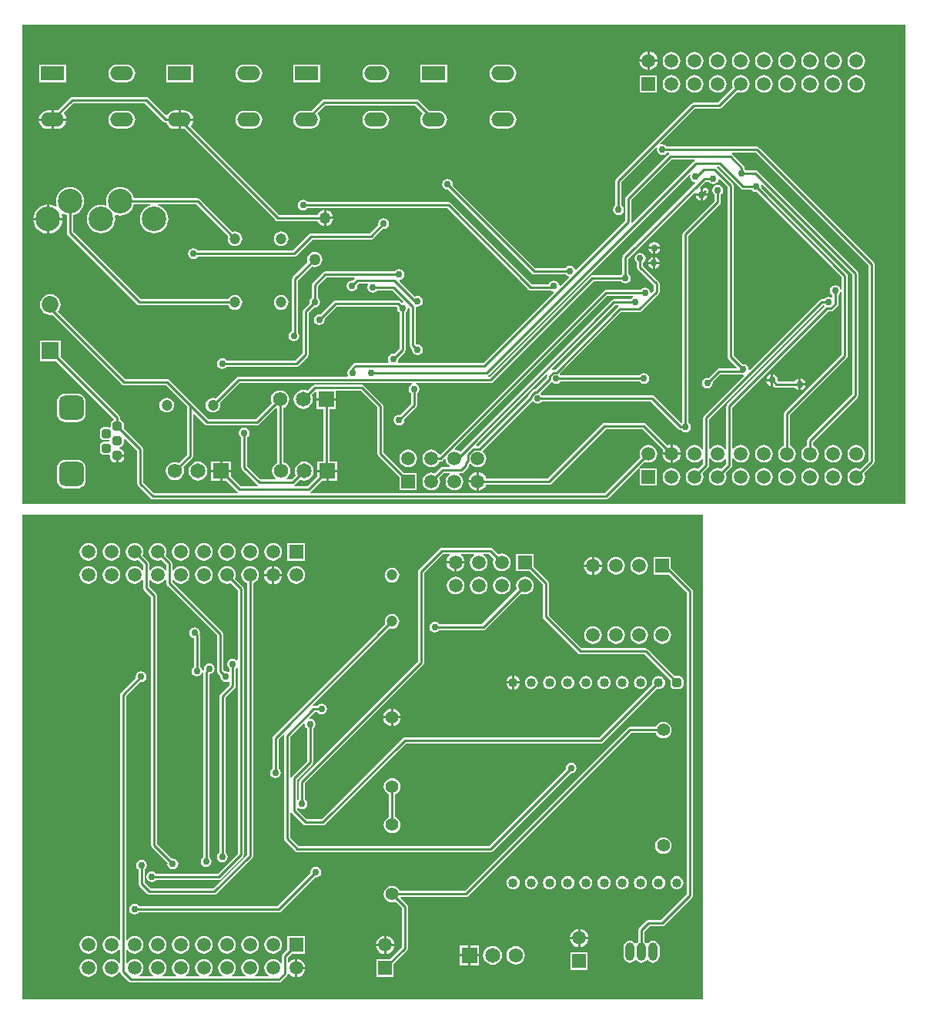
<source format=gbl>
G04 Layer_Physical_Order=2*
G04 Layer_Color=16711680*
%FSLAX25Y25*%
%MOIN*%
G70*
G01*
G75*
%ADD20C,0.01000*%
%ADD21C,0.10650*%
%ADD22C,0.04724*%
%ADD23C,0.05906*%
%ADD24R,0.05906X0.05906*%
G04:AMPARAMS|DCode=25|XSize=106.3mil|YSize=106.3mil|CornerRadius=26.58mil|HoleSize=0mil|Usage=FLASHONLY|Rotation=90.000|XOffset=0mil|YOffset=0mil|HoleType=Round|Shape=RoundedRectangle|*
%AMROUNDEDRECTD25*
21,1,0.10630,0.05315,0,0,90.0*
21,1,0.05315,0.10630,0,0,90.0*
1,1,0.05315,0.02658,0.02658*
1,1,0.05315,0.02658,-0.02658*
1,1,0.05315,-0.02658,-0.02658*
1,1,0.05315,-0.02658,0.02658*
%
%ADD25ROUNDEDRECTD25*%
G04:AMPARAMS|DCode=26|XSize=39.37mil|YSize=39.37mil|CornerRadius=9.84mil|HoleSize=0mil|Usage=FLASHONLY|Rotation=90.000|XOffset=0mil|YOffset=0mil|HoleType=Round|Shape=RoundedRectangle|*
%AMROUNDEDRECTD26*
21,1,0.03937,0.01969,0,0,90.0*
21,1,0.01969,0.03937,0,0,90.0*
1,1,0.01969,0.00984,0.00984*
1,1,0.01969,0.00984,-0.00984*
1,1,0.01969,-0.00984,-0.00984*
1,1,0.01969,-0.00984,0.00984*
%
%ADD26ROUNDEDRECTD26*%
%ADD27R,0.06500X0.06500*%
%ADD28C,0.06500*%
%ADD29C,0.06200*%
%ADD30O,0.10000X0.06000*%
%ADD31R,0.10000X0.06000*%
%ADD32C,0.07284*%
%ADD33R,0.07284X0.07284*%
%ADD34C,0.05000*%
%ADD35C,0.03000*%
%ADD36C,0.05512*%
%ADD37R,0.05906X0.05906*%
%ADD38O,0.03937X0.07874*%
%ADD39O,0.03937X0.07874*%
%ADD40C,0.04000*%
G04:AMPARAMS|DCode=41|XSize=40mil|YSize=40mil|CornerRadius=10mil|HoleSize=0mil|Usage=FLASHONLY|Rotation=270.000|XOffset=0mil|YOffset=0mil|HoleType=Round|Shape=RoundedRectangle|*
%AMROUNDEDRECTD41*
21,1,0.04000,0.02000,0,0,270.0*
21,1,0.02000,0.04000,0,0,270.0*
1,1,0.02000,-0.01000,-0.01000*
1,1,0.02000,-0.01000,0.01000*
1,1,0.02000,0.01000,0.01000*
1,1,0.02000,0.01000,-0.01000*
%
%ADD41ROUNDEDRECTD41*%
G36*
X483674Y315826D02*
X101326D01*
Y523174D01*
X483674D01*
Y315826D01*
D02*
G37*
%LPC*%
G36*
X438500Y369950D02*
Y368000D01*
X440449D01*
X440355Y368476D01*
X439802Y369302D01*
X438975Y369855D01*
X438500Y369950D01*
D02*
G37*
G36*
X402500Y453845D02*
X401603Y453667D01*
X400842Y453158D01*
X400333Y452397D01*
X400155Y451500D01*
X400333Y450603D01*
X400842Y449842D01*
X401174Y449619D01*
Y446887D01*
X387563Y433275D01*
X387275Y432845D01*
X387175Y432338D01*
Y350881D01*
X386842Y350658D01*
X386727Y350647D01*
X374937Y362437D01*
X374507Y362725D01*
X374000Y362825D01*
X326380D01*
X326158Y363158D01*
X325811Y363390D01*
X325762Y363888D01*
X330313Y368438D01*
X330810Y368389D01*
X330842Y368342D01*
X331603Y367833D01*
X332500Y367655D01*
X333397Y367833D01*
X334158Y368342D01*
X334381Y368674D01*
X368619D01*
X368842Y368342D01*
X369603Y367833D01*
X370500Y367655D01*
X371397Y367833D01*
X372158Y368342D01*
X372667Y369103D01*
X372845Y370000D01*
X372667Y370897D01*
X372158Y371658D01*
X371397Y372167D01*
X370500Y372345D01*
X369603Y372167D01*
X368842Y371658D01*
X368619Y371325D01*
X334381D01*
X334158Y371658D01*
X334111Y371690D01*
X334062Y372187D01*
X360549Y398675D01*
X368595D01*
X369102Y398775D01*
X369532Y399063D01*
X376937Y406468D01*
X377225Y406898D01*
X377326Y407406D01*
Y411000D01*
X377225Y411507D01*
X376937Y411937D01*
X370249Y418626D01*
Y420119D01*
X370581Y420342D01*
X371090Y421103D01*
X371268Y422000D01*
X371090Y422897D01*
X370581Y423658D01*
X369820Y424167D01*
X368923Y424345D01*
X368026Y424167D01*
X367265Y423658D01*
X366757Y422897D01*
X366578Y422000D01*
X366757Y421103D01*
X367265Y420342D01*
X367598Y420119D01*
Y418077D01*
X367699Y417570D01*
X367986Y417140D01*
X374675Y410451D01*
Y407955D01*
X373833Y407113D01*
X373290Y407277D01*
X373167Y407897D01*
X372658Y408658D01*
X371897Y409167D01*
X371000Y409345D01*
X370103Y409167D01*
X369342Y408658D01*
X369120Y408325D01*
X354000D01*
X353493Y408225D01*
X353063Y407937D01*
X282313Y337188D01*
X281823Y337285D01*
X281778Y337393D01*
X281176Y338176D01*
X280393Y338778D01*
X279480Y339156D01*
X278500Y339285D01*
X277520Y339156D01*
X276607Y338778D01*
X275823Y338176D01*
X275222Y337393D01*
X274844Y336480D01*
X274715Y335500D01*
X274844Y334520D01*
X275222Y333607D01*
X275823Y332823D01*
X276607Y332222D01*
X277520Y331844D01*
X278500Y331715D01*
X279480Y331844D01*
X280393Y332222D01*
X281176Y332823D01*
X281778Y333607D01*
X282013Y334174D01*
X282500D01*
X283007Y334275D01*
X283437Y334563D01*
X284230Y335355D01*
X284757Y335176D01*
X284844Y334520D01*
X285222Y333607D01*
X285823Y332823D01*
X286473Y332326D01*
X286303Y331825D01*
X283500D01*
X282993Y331725D01*
X282563Y331437D01*
X280047Y328921D01*
X279480Y329156D01*
X278500Y329285D01*
X277520Y329156D01*
X276607Y328778D01*
X275823Y328176D01*
X275222Y327393D01*
X274844Y326480D01*
X274715Y325500D01*
X274844Y324520D01*
X275222Y323607D01*
X275823Y322824D01*
X276607Y322222D01*
X277520Y321844D01*
X278500Y321715D01*
X279480Y321844D01*
X280393Y322222D01*
X281176Y322824D01*
X281778Y323607D01*
X282156Y324520D01*
X282285Y325500D01*
X282156Y326480D01*
X281921Y327047D01*
X284049Y329174D01*
X286303D01*
X286473Y328675D01*
X285823Y328176D01*
X285222Y327393D01*
X284844Y326480D01*
X284715Y325500D01*
X284844Y324520D01*
X285222Y323607D01*
X285823Y322824D01*
X286607Y322222D01*
X287520Y321844D01*
X288500Y321715D01*
X289480Y321844D01*
X290393Y322222D01*
X291177Y322824D01*
X291778Y323607D01*
X292156Y324520D01*
X292285Y325500D01*
X292156Y326480D01*
X291778Y327393D01*
X291177Y328176D01*
X290527Y328675D01*
X290697Y329174D01*
X291500D01*
X292007Y329275D01*
X292437Y329563D01*
X294437Y331563D01*
X294725Y331993D01*
X294826Y332500D01*
Y332796D01*
X295112Y333069D01*
X295667Y333028D01*
X295824Y332823D01*
X296607Y332222D01*
X297520Y331844D01*
X298500Y331715D01*
X299480Y331844D01*
X300393Y332222D01*
X301177Y332823D01*
X301778Y333607D01*
X302156Y334520D01*
X302285Y335500D01*
X302156Y336480D01*
X301778Y337393D01*
X301177Y338176D01*
X300840Y338434D01*
X300808Y338933D01*
X322112Y360238D01*
X322610Y360189D01*
X322842Y359842D01*
X323603Y359333D01*
X324500Y359155D01*
X325397Y359333D01*
X326158Y359842D01*
X326380Y360174D01*
X373451D01*
X385563Y348063D01*
X385993Y347775D01*
X386500Y347674D01*
X386619D01*
X386842Y347342D01*
X387603Y346833D01*
X388500Y346655D01*
X389397Y346833D01*
X390158Y347342D01*
X390667Y348103D01*
X390845Y349000D01*
X390667Y349897D01*
X390158Y350658D01*
X389826Y350881D01*
Y431789D01*
X403437Y445401D01*
X403725Y445831D01*
X403826Y446338D01*
Y449619D01*
X404158Y449842D01*
X404667Y450603D01*
X404845Y451500D01*
X404667Y452397D01*
X404158Y453158D01*
X403397Y453667D01*
X402500Y453845D01*
D02*
G37*
G36*
X425500Y368779D02*
X423551D01*
X423645Y368304D01*
X424198Y367477D01*
X425025Y366925D01*
X425500Y366830D01*
Y368779D01*
D02*
G37*
G36*
X374350Y419547D02*
X372401D01*
X372495Y419072D01*
X373048Y418245D01*
X373875Y417692D01*
X374350Y417598D01*
Y419547D01*
D02*
G37*
G36*
X213500Y406189D02*
X212674Y406081D01*
X211905Y405762D01*
X211245Y405255D01*
X210738Y404595D01*
X210419Y403826D01*
X210311Y403000D01*
X210419Y402175D01*
X210738Y401405D01*
X211245Y400745D01*
X211905Y400238D01*
X212674Y399919D01*
X213500Y399811D01*
X214325Y399919D01*
X215095Y400238D01*
X215755Y400745D01*
X216262Y401405D01*
X216581Y402175D01*
X216689Y403000D01*
X216581Y403826D01*
X216262Y404595D01*
X215755Y405255D01*
X215095Y405762D01*
X214325Y406081D01*
X213500Y406189D01*
D02*
G37*
G36*
X425500Y371729D02*
X425025Y371635D01*
X424198Y371082D01*
X423645Y370255D01*
X423551Y369779D01*
X425500D01*
Y371729D01*
D02*
G37*
G36*
X164000Y361689D02*
X163174Y361581D01*
X162405Y361262D01*
X161745Y360755D01*
X161238Y360095D01*
X160919Y359326D01*
X160810Y358500D01*
X160919Y357675D01*
X161238Y356905D01*
X161745Y356245D01*
X162405Y355738D01*
X163174Y355419D01*
X164000Y355311D01*
X164825Y355419D01*
X165595Y355738D01*
X166255Y356245D01*
X166762Y356905D01*
X167081Y357675D01*
X167190Y358500D01*
X167081Y359326D01*
X166762Y360095D01*
X166255Y360755D01*
X165595Y361262D01*
X164825Y361581D01*
X164000Y361689D01*
D02*
G37*
G36*
X125276Y363515D02*
X119961D01*
X119058Y363396D01*
X118217Y363048D01*
X117495Y362493D01*
X116941Y361771D01*
X116592Y360930D01*
X116473Y360028D01*
Y354713D01*
X116592Y353810D01*
X116941Y352969D01*
X117495Y352247D01*
X118217Y351692D01*
X119058Y351344D01*
X119961Y351225D01*
X125276D01*
X126178Y351344D01*
X127019Y351692D01*
X127742Y352247D01*
X128296Y352969D01*
X128644Y353810D01*
X128763Y354713D01*
Y360028D01*
X128644Y360930D01*
X128296Y361771D01*
X127742Y362493D01*
X127019Y363048D01*
X126178Y363396D01*
X125276Y363515D01*
D02*
G37*
G36*
X383000Y341421D02*
Y338000D01*
X386421D01*
X386351Y338532D01*
X385953Y339493D01*
X385319Y340319D01*
X384493Y340953D01*
X383532Y341351D01*
X383000Y341421D01*
D02*
G37*
G36*
X440449Y367000D02*
X438500D01*
Y365051D01*
X438975Y365145D01*
X439802Y365698D01*
X440355Y366525D01*
X440449Y367000D01*
D02*
G37*
G36*
X426500Y371729D02*
Y369280D01*
Y366830D01*
X426563Y366843D01*
X426842Y366563D01*
X427272Y366275D01*
X427779Y366175D01*
X435879D01*
X436198Y365698D01*
X437024Y365145D01*
X437500Y365051D01*
Y367500D01*
Y369950D01*
X437024Y369855D01*
X436198Y369302D01*
X435879Y368826D01*
X428853D01*
X428536Y369212D01*
X428549Y369280D01*
X428355Y370255D01*
X427802Y371082D01*
X426975Y371635D01*
X426500Y371729D01*
D02*
G37*
G36*
X248500Y367325D02*
X228000D01*
X227493Y367225D01*
X227063Y366937D01*
X224774Y364649D01*
X224057Y364946D01*
X223000Y365085D01*
X221943Y364946D01*
X220957Y364538D01*
X220111Y363889D01*
X219462Y363042D01*
X219054Y362057D01*
X218915Y361000D01*
X219054Y359943D01*
X219462Y358958D01*
X220111Y358112D01*
X220957Y357462D01*
X221943Y357054D01*
X223000Y356915D01*
X224057Y357054D01*
X225043Y357462D01*
X225888Y358112D01*
X226538Y358958D01*
X226946Y359943D01*
X227085Y361000D01*
X226946Y362057D01*
X226649Y362774D01*
X228250Y364375D01*
X228750Y364168D01*
Y361500D01*
X233000D01*
X237250D01*
Y364674D01*
X247951D01*
X255174Y357451D01*
Y337500D01*
X255275Y336993D01*
X255563Y336563D01*
X264747Y327378D01*
Y321747D01*
X272253D01*
Y329253D01*
X266622D01*
X257825Y338049D01*
Y358000D01*
X257725Y358507D01*
X257437Y358937D01*
X249437Y366937D01*
X249007Y367225D01*
X248500Y367325D01*
D02*
G37*
G36*
X213500Y433689D02*
X212674Y433581D01*
X211905Y433262D01*
X211245Y432755D01*
X210738Y432095D01*
X210419Y431325D01*
X210311Y430500D01*
X210419Y429674D01*
X210738Y428905D01*
X211245Y428245D01*
X211905Y427738D01*
X212674Y427419D01*
X213500Y427311D01*
X214325Y427419D01*
X215095Y427738D01*
X215755Y428245D01*
X216262Y428905D01*
X216581Y429674D01*
X216689Y430500D01*
X216581Y431325D01*
X216262Y432095D01*
X215755Y432755D01*
X215095Y433262D01*
X214325Y433581D01*
X213500Y433689D01*
D02*
G37*
G36*
X143900Y452855D02*
X142699Y452736D01*
X141545Y452386D01*
X140481Y451817D01*
X139548Y451052D01*
X138783Y450119D01*
X138214Y449055D01*
X137864Y447901D01*
X137745Y446700D01*
X137864Y445499D01*
X137962Y445176D01*
X137561Y444775D01*
X136701Y445036D01*
X135500Y445155D01*
X134299Y445036D01*
X133145Y444686D01*
X132081Y444117D01*
X131148Y443352D01*
X130383Y442419D01*
X129814Y441355D01*
X129464Y440201D01*
X129345Y439000D01*
X129464Y437799D01*
X129814Y436645D01*
X130383Y435581D01*
X131148Y434648D01*
X132081Y433883D01*
X133145Y433314D01*
X134299Y432964D01*
X135500Y432845D01*
X136701Y432964D01*
X137855Y433314D01*
X138919Y433883D01*
X139852Y434648D01*
X140617Y435581D01*
X141186Y436645D01*
X141536Y437799D01*
X141655Y439000D01*
X141536Y440201D01*
X141438Y440524D01*
X141839Y440925D01*
X142699Y440664D01*
X143900Y440545D01*
X145101Y440664D01*
X146255Y441014D01*
X147319Y441583D01*
X148252Y442348D01*
X149017Y443281D01*
X149586Y444345D01*
X149899Y445374D01*
X156692D01*
X156766Y444874D01*
X156145Y444686D01*
X155081Y444117D01*
X154148Y443352D01*
X153383Y442419D01*
X152814Y441355D01*
X152464Y440201D01*
X152345Y439000D01*
X152464Y437799D01*
X152814Y436645D01*
X153383Y435581D01*
X154148Y434648D01*
X155081Y433883D01*
X156145Y433314D01*
X157299Y432964D01*
X158500Y432845D01*
X159701Y432964D01*
X160855Y433314D01*
X161919Y433883D01*
X162852Y434648D01*
X163617Y435581D01*
X164186Y436645D01*
X164536Y437799D01*
X164655Y439000D01*
X164536Y440201D01*
X164186Y441355D01*
X163617Y442419D01*
X162852Y443352D01*
X161919Y444117D01*
X160855Y444686D01*
X160234Y444874D01*
X160308Y445374D01*
X176751D01*
X190531Y431595D01*
X190419Y431325D01*
X190311Y430500D01*
X190419Y429674D01*
X190738Y428905D01*
X191245Y428245D01*
X191905Y427738D01*
X192675Y427419D01*
X193500Y427311D01*
X194325Y427419D01*
X195095Y427738D01*
X195755Y428245D01*
X196262Y428905D01*
X196581Y429674D01*
X196689Y430500D01*
X196581Y431325D01*
X196262Y432095D01*
X195755Y432755D01*
X195095Y433262D01*
X194325Y433581D01*
X193500Y433689D01*
X192675Y433581D01*
X192405Y433469D01*
X178237Y447637D01*
X177807Y447925D01*
X177300Y448026D01*
X149899D01*
X149586Y449055D01*
X149017Y450119D01*
X148252Y451052D01*
X147319Y451817D01*
X146255Y452386D01*
X145101Y452736D01*
X143900Y452855D01*
D02*
G37*
G36*
X375000Y429121D02*
X374493Y429020D01*
X374339Y428918D01*
X374025Y428855D01*
X373198Y428302D01*
X372645Y427476D01*
X372551Y427000D01*
X377449D01*
X377355Y427476D01*
X376802Y428302D01*
X375975Y428855D01*
X375661Y428918D01*
X375507Y429020D01*
X375000Y429121D01*
D02*
G37*
G36*
X257862Y439345D02*
X256965Y439167D01*
X256204Y438658D01*
X255696Y437897D01*
X255517Y437000D01*
X255595Y436608D01*
X251813Y432826D01*
X226500D01*
X225993Y432725D01*
X225563Y432437D01*
X218451Y425325D01*
X177381D01*
X177158Y425658D01*
X176397Y426167D01*
X175500Y426345D01*
X174603Y426167D01*
X173842Y425658D01*
X173333Y424897D01*
X173155Y424000D01*
X173333Y423103D01*
X173842Y422342D01*
X174603Y421833D01*
X175500Y421655D01*
X176397Y421833D01*
X177158Y422342D01*
X177381Y422675D01*
X219000D01*
X219507Y422775D01*
X219937Y423063D01*
X227049Y430174D01*
X252362D01*
X252869Y430275D01*
X253299Y430563D01*
X257470Y434733D01*
X257862Y434655D01*
X258760Y434833D01*
X259520Y435342D01*
X260029Y436103D01*
X260207Y437000D01*
X260029Y437897D01*
X259520Y438658D01*
X258760Y439167D01*
X257862Y439345D01*
D02*
G37*
G36*
X118806Y438500D02*
X113000D01*
Y432694D01*
X113740Y432766D01*
X114932Y433128D01*
X116031Y433715D01*
X116994Y434506D01*
X117785Y435469D01*
X118372Y436568D01*
X118734Y437760D01*
X118806Y438500D01*
D02*
G37*
G36*
X112000D02*
X106194D01*
X106266Y437760D01*
X106628Y436568D01*
X107215Y435469D01*
X108006Y434506D01*
X108969Y433715D01*
X110068Y433128D01*
X111260Y432766D01*
X112000Y432694D01*
Y438500D01*
D02*
G37*
G36*
X374350Y422497D02*
X373875Y422402D01*
X373048Y421850D01*
X372495Y421023D01*
X372401Y420547D01*
X374350D01*
Y422497D01*
D02*
G37*
G36*
X228000Y424828D02*
X227138Y424715D01*
X226336Y424382D01*
X225646Y423854D01*
X225117Y423164D01*
X224785Y422362D01*
X224672Y421500D01*
X224785Y420639D01*
X224925Y420300D01*
X218563Y413937D01*
X218275Y413507D01*
X218175Y413000D01*
Y390681D01*
X218103Y390667D01*
X217342Y390158D01*
X216833Y389397D01*
X216655Y388500D01*
X216833Y387603D01*
X217342Y386842D01*
X218103Y386333D01*
X219000Y386155D01*
X219897Y386333D01*
X220658Y386842D01*
X221167Y387603D01*
X221345Y388500D01*
X221167Y389397D01*
X220826Y389908D01*
Y412451D01*
X226800Y418425D01*
X227138Y418285D01*
X228000Y418172D01*
X228861Y418285D01*
X229664Y418617D01*
X230354Y419146D01*
X230883Y419836D01*
X231215Y420639D01*
X231329Y421500D01*
X231215Y422362D01*
X230883Y423164D01*
X230354Y423854D01*
X229664Y424382D01*
X228861Y424715D01*
X228000Y424828D01*
D02*
G37*
G36*
X377300Y419547D02*
X375350D01*
Y417598D01*
X375826Y417692D01*
X376653Y418245D01*
X377205Y419072D01*
X377300Y419547D01*
D02*
G37*
G36*
X377449Y426000D02*
X375500D01*
Y424051D01*
X375975Y424145D01*
X376802Y424698D01*
X377355Y425525D01*
X377449Y426000D01*
D02*
G37*
G36*
X374500D02*
X372551D01*
X372645Y425525D01*
X373198Y424698D01*
X374025Y424145D01*
X374500Y424051D01*
Y426000D01*
D02*
G37*
G36*
X375350Y422497D02*
Y420547D01*
X377300D01*
X377205Y421023D01*
X376653Y421850D01*
X375826Y422402D01*
X375350Y422497D01*
D02*
G37*
G36*
X187000Y329500D02*
X183250D01*
Y325750D01*
X187000D01*
Y329500D01*
D02*
G37*
G36*
X452500Y331285D02*
X451520Y331156D01*
X450607Y330778D01*
X449824Y330176D01*
X449222Y329393D01*
X448844Y328480D01*
X448715Y327500D01*
X448844Y326520D01*
X449222Y325607D01*
X449824Y324823D01*
X450607Y324222D01*
X451520Y323844D01*
X452500Y323715D01*
X453480Y323844D01*
X454393Y324222D01*
X455176Y324823D01*
X455778Y325607D01*
X456156Y326520D01*
X456285Y327500D01*
X456156Y328480D01*
X455778Y329393D01*
X455176Y330176D01*
X454393Y330778D01*
X453480Y331156D01*
X452500Y331285D01*
D02*
G37*
G36*
X442500D02*
X441520Y331156D01*
X440607Y330778D01*
X439823Y330176D01*
X439222Y329393D01*
X438844Y328480D01*
X438715Y327500D01*
X438844Y326520D01*
X439222Y325607D01*
X439823Y324823D01*
X440607Y324222D01*
X441520Y323844D01*
X442500Y323715D01*
X443480Y323844D01*
X444393Y324222D01*
X445177Y324823D01*
X445778Y325607D01*
X446156Y326520D01*
X446285Y327500D01*
X446156Y328480D01*
X445778Y329393D01*
X445177Y330176D01*
X444393Y330778D01*
X443480Y331156D01*
X442500Y331285D01*
D02*
G37*
G36*
X298000Y329421D02*
X297468Y329351D01*
X296507Y328953D01*
X295681Y328319D01*
X295047Y327493D01*
X294649Y326532D01*
X294579Y326000D01*
X298000D01*
Y329421D01*
D02*
G37*
G36*
X177500Y334085D02*
X176443Y333946D01*
X175458Y333538D01*
X174611Y332889D01*
X173962Y332043D01*
X173554Y331057D01*
X173415Y330000D01*
X173554Y328943D01*
X173962Y327958D01*
X174611Y327112D01*
X175458Y326462D01*
X176443Y326054D01*
X177500Y325915D01*
X178557Y326054D01*
X179543Y326462D01*
X180388Y327112D01*
X181038Y327958D01*
X181446Y328943D01*
X181585Y330000D01*
X181446Y331057D01*
X181038Y332043D01*
X180388Y332889D01*
X179543Y333538D01*
X178557Y333946D01*
X177500Y334085D01*
D02*
G37*
G36*
X237750Y329500D02*
X234000D01*
Y325750D01*
X237750D01*
Y329500D01*
D02*
G37*
G36*
X382500Y331285D02*
X381520Y331156D01*
X380607Y330778D01*
X379823Y330176D01*
X379222Y329393D01*
X378844Y328480D01*
X378715Y327500D01*
X378844Y326520D01*
X379222Y325607D01*
X379823Y324823D01*
X380607Y324222D01*
X381520Y323844D01*
X382500Y323715D01*
X383480Y323844D01*
X384393Y324222D01*
X385176Y324823D01*
X385778Y325607D01*
X386156Y326520D01*
X386285Y327500D01*
X386156Y328480D01*
X385778Y329393D01*
X385176Y330176D01*
X384393Y330778D01*
X383480Y331156D01*
X382500Y331285D01*
D02*
G37*
G36*
X125276Y334775D02*
X119961D01*
X119058Y334656D01*
X118217Y334308D01*
X117495Y333753D01*
X116941Y333031D01*
X116592Y332190D01*
X116473Y331288D01*
Y325973D01*
X116592Y325070D01*
X116941Y324229D01*
X117495Y323507D01*
X118217Y322952D01*
X119058Y322604D01*
X119961Y322485D01*
X125276D01*
X126178Y322604D01*
X127019Y322952D01*
X127742Y323507D01*
X128296Y324229D01*
X128644Y325070D01*
X128763Y325973D01*
Y331288D01*
X128644Y332190D01*
X128296Y333031D01*
X127742Y333753D01*
X127019Y334308D01*
X126178Y334656D01*
X125276Y334775D01*
D02*
G37*
G36*
X298000Y325000D02*
X294579D01*
X294649Y324468D01*
X295047Y323507D01*
X295681Y322681D01*
X296507Y322047D01*
X297468Y321649D01*
X298000Y321579D01*
Y325000D01*
D02*
G37*
G36*
X432500Y331285D02*
X431520Y331156D01*
X430607Y330778D01*
X429823Y330176D01*
X429222Y329393D01*
X428844Y328480D01*
X428715Y327500D01*
X428844Y326520D01*
X429222Y325607D01*
X429823Y324823D01*
X430607Y324222D01*
X431520Y323844D01*
X432500Y323715D01*
X433480Y323844D01*
X434393Y324222D01*
X435177Y324823D01*
X435778Y325607D01*
X436156Y326520D01*
X436285Y327500D01*
X436156Y328480D01*
X435778Y329393D01*
X435177Y330176D01*
X434393Y330778D01*
X433480Y331156D01*
X432500Y331285D01*
D02*
G37*
G36*
X422500D02*
X421520Y331156D01*
X420607Y330778D01*
X419824Y330176D01*
X419222Y329393D01*
X418844Y328480D01*
X418715Y327500D01*
X418844Y326520D01*
X419222Y325607D01*
X419824Y324823D01*
X420607Y324222D01*
X421520Y323844D01*
X422500Y323715D01*
X423480Y323844D01*
X424393Y324222D01*
X425176Y324823D01*
X425778Y325607D01*
X426156Y326520D01*
X426285Y327500D01*
X426156Y328480D01*
X425778Y329393D01*
X425176Y330176D01*
X424393Y330778D01*
X423480Y331156D01*
X422500Y331285D01*
D02*
G37*
G36*
X412500D02*
X411520Y331156D01*
X410607Y330778D01*
X409824Y330176D01*
X409222Y329393D01*
X408844Y328480D01*
X408715Y327500D01*
X408844Y326520D01*
X409222Y325607D01*
X409824Y324823D01*
X410607Y324222D01*
X411520Y323844D01*
X412500Y323715D01*
X413480Y323844D01*
X414393Y324222D01*
X415176Y324823D01*
X415778Y325607D01*
X416156Y326520D01*
X416285Y327500D01*
X416156Y328480D01*
X415778Y329393D01*
X415176Y330176D01*
X414393Y330778D01*
X413480Y331156D01*
X412500Y331285D01*
D02*
G37*
G36*
X422500Y341285D02*
X421520Y341156D01*
X420607Y340778D01*
X419824Y340177D01*
X419222Y339393D01*
X418844Y338480D01*
X418715Y337500D01*
X418844Y336520D01*
X419222Y335607D01*
X419824Y334823D01*
X420607Y334222D01*
X421520Y333844D01*
X422500Y333715D01*
X423480Y333844D01*
X424393Y334222D01*
X425176Y334823D01*
X425778Y335607D01*
X426156Y336520D01*
X426285Y337500D01*
X426156Y338480D01*
X425778Y339393D01*
X425176Y340177D01*
X424393Y340778D01*
X423480Y341156D01*
X422500Y341285D01*
D02*
G37*
G36*
X145507Y336201D02*
X143000D01*
Y333693D01*
X143484D01*
X144258Y333847D01*
X144915Y334286D01*
X145353Y334942D01*
X145507Y335717D01*
Y336201D01*
D02*
G37*
G36*
X386421Y337000D02*
X383000D01*
Y333579D01*
X383532Y333649D01*
X384493Y334047D01*
X385319Y334681D01*
X385953Y335507D01*
X386351Y336468D01*
X386421Y337000D01*
D02*
G37*
G36*
X370500Y350826D02*
X353500D01*
X352993Y350725D01*
X352563Y350437D01*
X328951Y326825D01*
X302229D01*
X301953Y327493D01*
X301319Y328319D01*
X300493Y328953D01*
X299532Y329351D01*
X299000Y329421D01*
Y325500D01*
Y321579D01*
X299532Y321649D01*
X300493Y322047D01*
X301319Y322681D01*
X301953Y323507D01*
X302229Y324174D01*
X329500D01*
X330007Y324275D01*
X330437Y324563D01*
X354049Y348175D01*
X369951D01*
X378926Y339200D01*
X378649Y338532D01*
X378579Y338000D01*
X382000D01*
Y341421D01*
X381468Y341351D01*
X380800Y341074D01*
X371437Y350437D01*
X371007Y350725D01*
X370500Y350826D01*
D02*
G37*
G36*
X462500Y341285D02*
X461520Y341156D01*
X460607Y340778D01*
X459824Y340177D01*
X459222Y339393D01*
X458844Y338480D01*
X458715Y337500D01*
X458844Y336520D01*
X459222Y335607D01*
X459824Y334823D01*
X460607Y334222D01*
X461520Y333844D01*
X462500Y333715D01*
X463480Y333844D01*
X464393Y334222D01*
X465176Y334823D01*
X465778Y335607D01*
X466156Y336520D01*
X466285Y337500D01*
X466156Y338480D01*
X465778Y339393D01*
X465176Y340177D01*
X464393Y340778D01*
X463480Y341156D01*
X462500Y341285D01*
D02*
G37*
G36*
X452500D02*
X451520Y341156D01*
X450607Y340778D01*
X449824Y340177D01*
X449222Y339393D01*
X448844Y338480D01*
X448715Y337500D01*
X448844Y336520D01*
X449222Y335607D01*
X449824Y334823D01*
X450607Y334222D01*
X451520Y333844D01*
X452500Y333715D01*
X453480Y333844D01*
X454393Y334222D01*
X455176Y334823D01*
X455778Y335607D01*
X456156Y336520D01*
X456285Y337500D01*
X456156Y338480D01*
X455778Y339393D01*
X455176Y340177D01*
X454393Y340778D01*
X453480Y341156D01*
X452500Y341285D01*
D02*
G37*
G36*
X187000Y334250D02*
X183250D01*
Y330500D01*
X187000D01*
Y334250D01*
D02*
G37*
G36*
X237250Y360500D02*
X233000D01*
X228750D01*
Y356750D01*
X231675D01*
Y334250D01*
X229250D01*
Y330500D01*
X233500D01*
X237750D01*
Y334250D01*
X234326D01*
Y356750D01*
X237250D01*
Y360500D01*
D02*
G37*
G36*
X113500Y406480D02*
X112340Y406327D01*
X111260Y405880D01*
X110332Y405168D01*
X109620Y404240D01*
X109173Y403160D01*
X109020Y402000D01*
X109173Y400841D01*
X109620Y399760D01*
X110332Y398832D01*
X111260Y398120D01*
X112340Y397673D01*
X113500Y397520D01*
X114477Y397649D01*
X144563Y367563D01*
X144993Y367275D01*
X145500Y367175D01*
X163451D01*
X172675Y357951D01*
Y337049D01*
X169159Y333534D01*
X168518Y333800D01*
X167500Y333934D01*
X166482Y333800D01*
X165533Y333407D01*
X164718Y332782D01*
X164093Y331967D01*
X163700Y331018D01*
X163566Y330000D01*
X163700Y328982D01*
X164093Y328033D01*
X164718Y327219D01*
X165533Y326593D01*
X166482Y326200D01*
X167500Y326066D01*
X168518Y326200D01*
X169467Y326593D01*
X170282Y327219D01*
X170907Y328033D01*
X171300Y328982D01*
X171434Y330000D01*
X171300Y331018D01*
X171034Y331660D01*
X174937Y335563D01*
X175225Y335993D01*
X175326Y336500D01*
Y354647D01*
X175787Y354838D01*
X180563Y350063D01*
X180993Y349775D01*
X181500Y349675D01*
X203000D01*
X203507Y349775D01*
X203937Y350063D01*
X211175Y357300D01*
X211674Y357093D01*
Y333465D01*
X211533Y333407D01*
X210718Y332782D01*
X210093Y331967D01*
X209700Y331018D01*
X209566Y330000D01*
X209700Y328982D01*
X210093Y328033D01*
X210718Y327219D01*
X211231Y326825D01*
X211061Y326325D01*
X204549D01*
X198826Y332049D01*
Y344619D01*
X199158Y344842D01*
X199667Y345603D01*
X199845Y346500D01*
X199667Y347397D01*
X199158Y348158D01*
X198397Y348667D01*
X197500Y348845D01*
X196603Y348667D01*
X195842Y348158D01*
X195333Y347397D01*
X195155Y346500D01*
X195333Y345603D01*
X195842Y344842D01*
X196175Y344619D01*
Y331500D01*
X196275Y330993D01*
X196563Y330563D01*
X203063Y324063D01*
X203418Y323826D01*
X203398Y323506D01*
X203335Y323325D01*
X196049D01*
X191750Y327625D01*
Y329500D01*
X188000D01*
Y325750D01*
X189875D01*
X194563Y321063D01*
X194918Y320826D01*
X194898Y320506D01*
X194835Y320325D01*
X158549D01*
X153825Y325049D01*
Y339299D01*
X153725Y339806D01*
X153437Y340236D01*
X145303Y348370D01*
Y350283D01*
X145165Y350980D01*
X144771Y351570D01*
X144180Y351964D01*
X143825Y352035D01*
Y353000D01*
X143725Y353507D01*
X143437Y353937D01*
X117942Y379433D01*
Y386442D01*
X109058D01*
Y377558D01*
X116067D01*
X141106Y352519D01*
X141038Y352008D01*
X140820Y351964D01*
X140229Y351570D01*
X139835Y350980D01*
X139697Y350283D01*
Y349209D01*
X139197Y348866D01*
X138760Y348953D01*
X136791D01*
X136095Y348815D01*
X135505Y348420D01*
X135111Y347830D01*
X134972Y347134D01*
Y345165D01*
X135111Y344469D01*
X135505Y343879D01*
X136095Y343485D01*
X136791Y343346D01*
X138760D01*
X138916Y343377D01*
X139385Y343004D01*
Y342996D01*
X138916Y342623D01*
X138760Y342654D01*
X136791D01*
X136095Y342515D01*
X135505Y342121D01*
X135111Y341531D01*
X134972Y340835D01*
Y338866D01*
X135111Y338170D01*
X135505Y337580D01*
X136095Y337185D01*
X136791Y337047D01*
X138760D01*
X138993Y337093D01*
X139493Y336683D01*
Y335717D01*
X139647Y334942D01*
X140085Y334286D01*
X140742Y333847D01*
X141516Y333693D01*
X142000D01*
Y336701D01*
X142500D01*
Y337201D01*
X145507D01*
Y337685D01*
X145353Y338459D01*
X144915Y339116D01*
X144258Y339554D01*
X143484Y339708D01*
Y340196D01*
X144180Y340335D01*
X144771Y340729D01*
X145165Y341320D01*
X145303Y342016D01*
Y343914D01*
X145470Y344039D01*
X145782Y344143D01*
X151174Y338750D01*
Y324500D01*
X151275Y323993D01*
X151563Y323563D01*
X157063Y318063D01*
X157493Y317775D01*
X158000Y317674D01*
X354000D01*
X354507Y317775D01*
X354937Y318063D01*
X368332Y331458D01*
X368747Y331166D01*
X368747Y330789D01*
Y323747D01*
X376253D01*
Y331253D01*
X369239D01*
X368834Y331253D01*
X368542Y331668D01*
X370953Y334079D01*
X371520Y333844D01*
X372500Y333715D01*
X373480Y333844D01*
X374393Y334222D01*
X375177Y334823D01*
X375778Y335607D01*
X376156Y336520D01*
X376285Y337500D01*
X376156Y338480D01*
X375778Y339393D01*
X375177Y340177D01*
X374393Y340778D01*
X373480Y341156D01*
X372500Y341285D01*
X371520Y341156D01*
X370607Y340778D01*
X369824Y340177D01*
X369222Y339393D01*
X368844Y338480D01*
X368715Y337500D01*
X368844Y336520D01*
X369079Y335953D01*
X353451Y320325D01*
X226165D01*
X226102Y320506D01*
X226082Y320826D01*
X226437Y321063D01*
X231124Y325750D01*
X233000D01*
Y329500D01*
X229250D01*
Y327625D01*
X224951Y323325D01*
X219165D01*
X219102Y323506D01*
X219082Y323826D01*
X219437Y324063D01*
X221726Y326351D01*
X222443Y326054D01*
X223500Y325915D01*
X224557Y326054D01*
X225542Y326462D01*
X226389Y327112D01*
X227038Y327958D01*
X227446Y328943D01*
X227585Y330000D01*
X227446Y331057D01*
X227038Y332043D01*
X226389Y332889D01*
X225542Y333538D01*
X224557Y333946D01*
X223500Y334085D01*
X222443Y333946D01*
X221458Y333538D01*
X220612Y332889D01*
X219962Y332043D01*
X219554Y331057D01*
X219415Y330000D01*
X219554Y328943D01*
X219851Y328226D01*
X217951Y326325D01*
X215939D01*
X215769Y326825D01*
X216282Y327219D01*
X216907Y328033D01*
X217300Y328982D01*
X217434Y330000D01*
X217300Y331018D01*
X216907Y331967D01*
X216282Y332782D01*
X215467Y333407D01*
X214518Y333800D01*
X214325Y333825D01*
Y357328D01*
X214967Y357593D01*
X215781Y358219D01*
X216407Y359033D01*
X216800Y359982D01*
X216934Y361000D01*
X216800Y362018D01*
X216407Y362967D01*
X215781Y363781D01*
X214967Y364407D01*
X214018Y364800D01*
X213000Y364934D01*
X211982Y364800D01*
X211033Y364407D01*
X210219Y363781D01*
X209593Y362967D01*
X209200Y362018D01*
X209066Y361000D01*
X209200Y359982D01*
X209466Y359341D01*
X202451Y352326D01*
X182049D01*
X174937Y359437D01*
X164937Y369437D01*
X164507Y369725D01*
X164000Y369826D01*
X146049D01*
X116831Y399044D01*
X117380Y399760D01*
X117827Y400841D01*
X117980Y402000D01*
X117827Y403160D01*
X117380Y404240D01*
X116668Y405168D01*
X115740Y405880D01*
X114660Y406327D01*
X113500Y406480D01*
D02*
G37*
G36*
X382000Y337000D02*
X378579D01*
X378649Y336468D01*
X379047Y335507D01*
X379681Y334681D01*
X380507Y334047D01*
X381468Y333649D01*
X382000Y333579D01*
Y337000D01*
D02*
G37*
G36*
X268500Y339285D02*
X267520Y339156D01*
X266607Y338778D01*
X265824Y338176D01*
X265222Y337393D01*
X264844Y336480D01*
X264715Y335500D01*
X264844Y334520D01*
X265222Y333607D01*
X265824Y332823D01*
X266607Y332222D01*
X267520Y331844D01*
X268500Y331715D01*
X269480Y331844D01*
X270393Y332222D01*
X271177Y332823D01*
X271778Y333607D01*
X272156Y334520D01*
X272285Y335500D01*
X272156Y336480D01*
X271778Y337393D01*
X271177Y338176D01*
X270393Y338778D01*
X269480Y339156D01*
X268500Y339285D01*
D02*
G37*
G36*
X191750Y334250D02*
X188000D01*
Y330500D01*
X191750D01*
Y334250D01*
D02*
G37*
G36*
X175469Y481500D02*
X170000D01*
Y477965D01*
X171500D01*
X171641Y477984D01*
X211063Y438563D01*
X211493Y438275D01*
X212000Y438174D01*
X229261D01*
X229443Y437735D01*
X230004Y437004D01*
X230735Y436443D01*
X231586Y436090D01*
X232000Y436036D01*
Y439500D01*
Y442964D01*
X231586Y442910D01*
X230735Y442557D01*
X230004Y441996D01*
X229443Y441265D01*
X229261Y440826D01*
X212549D01*
X174345Y479029D01*
X174353Y479147D01*
X174994Y479983D01*
X175397Y480956D01*
X175469Y481500D01*
D02*
G37*
G36*
X462500Y501285D02*
X461520Y501156D01*
X460607Y500778D01*
X459824Y500176D01*
X459222Y499393D01*
X458844Y498480D01*
X458715Y497500D01*
X458844Y496520D01*
X459222Y495607D01*
X459824Y494824D01*
X460607Y494222D01*
X461520Y493844D01*
X462500Y493715D01*
X463480Y493844D01*
X464393Y494222D01*
X465176Y494824D01*
X465778Y495607D01*
X466156Y496520D01*
X466285Y497500D01*
X466156Y498480D01*
X465778Y499393D01*
X465176Y500176D01*
X464393Y500778D01*
X463480Y501156D01*
X462500Y501285D01*
D02*
G37*
G36*
X452500D02*
X451520Y501156D01*
X450607Y500778D01*
X449824Y500176D01*
X449222Y499393D01*
X448844Y498480D01*
X448715Y497500D01*
X448844Y496520D01*
X449222Y495607D01*
X449824Y494824D01*
X450607Y494222D01*
X451520Y493844D01*
X452500Y493715D01*
X453480Y493844D01*
X454393Y494222D01*
X455176Y494824D01*
X455778Y495607D01*
X456156Y496520D01*
X456285Y497500D01*
X456156Y498480D01*
X455778Y499393D01*
X455176Y500176D01*
X454393Y500778D01*
X453480Y501156D01*
X452500Y501285D01*
D02*
G37*
G36*
X442500D02*
X441520Y501156D01*
X440607Y500778D01*
X439823Y500176D01*
X439222Y499393D01*
X438844Y498480D01*
X438715Y497500D01*
X438844Y496520D01*
X439222Y495607D01*
X439823Y494824D01*
X440607Y494222D01*
X441520Y493844D01*
X442500Y493715D01*
X443480Y493844D01*
X444393Y494222D01*
X445177Y494824D01*
X445778Y495607D01*
X446156Y496520D01*
X446285Y497500D01*
X446156Y498480D01*
X445778Y499393D01*
X445177Y500176D01*
X444393Y500778D01*
X443480Y501156D01*
X442500Y501285D01*
D02*
G37*
G36*
X201500Y505833D02*
X197500D01*
X196508Y505702D01*
X195584Y505319D01*
X194790Y504710D01*
X194181Y503916D01*
X193798Y502992D01*
X193667Y502000D01*
X193798Y501008D01*
X194181Y500084D01*
X194790Y499290D01*
X195584Y498681D01*
X196508Y498298D01*
X197500Y498167D01*
X201500D01*
X202492Y498298D01*
X203416Y498681D01*
X204210Y499290D01*
X204819Y500084D01*
X205202Y501008D01*
X205333Y502000D01*
X205202Y502992D01*
X204819Y503916D01*
X204210Y504710D01*
X203416Y505319D01*
X202492Y505702D01*
X201500Y505833D01*
D02*
G37*
G36*
X146500D02*
X142500D01*
X141508Y505702D01*
X140584Y505319D01*
X139790Y504710D01*
X139181Y503916D01*
X138798Y502992D01*
X138667Y502000D01*
X138798Y501008D01*
X139181Y500084D01*
X139790Y499290D01*
X140584Y498681D01*
X141508Y498298D01*
X142500Y498167D01*
X146500D01*
X147492Y498298D01*
X148416Y498681D01*
X149210Y499290D01*
X149819Y500084D01*
X150202Y501008D01*
X150333Y502000D01*
X150202Y502992D01*
X149819Y503916D01*
X149210Y504710D01*
X148416Y505319D01*
X147492Y505702D01*
X146500Y505833D01*
D02*
G37*
G36*
X376253Y501253D02*
X368747D01*
Y493747D01*
X376253D01*
Y501253D01*
D02*
G37*
G36*
X442500Y511285D02*
X441520Y511156D01*
X440607Y510778D01*
X439823Y510177D01*
X439222Y509393D01*
X438844Y508480D01*
X438715Y507500D01*
X438844Y506520D01*
X439222Y505607D01*
X439823Y504823D01*
X440607Y504222D01*
X441520Y503844D01*
X442500Y503715D01*
X443480Y503844D01*
X444393Y504222D01*
X445177Y504823D01*
X445778Y505607D01*
X446156Y506520D01*
X446285Y507500D01*
X446156Y508480D01*
X445778Y509393D01*
X445177Y510177D01*
X444393Y510778D01*
X443480Y511156D01*
X442500Y511285D01*
D02*
G37*
G36*
X422500Y501285D02*
X421520Y501156D01*
X420607Y500778D01*
X419824Y500176D01*
X419222Y499393D01*
X418844Y498480D01*
X418715Y497500D01*
X418844Y496520D01*
X419222Y495607D01*
X419824Y494824D01*
X420607Y494222D01*
X421520Y493844D01*
X422500Y493715D01*
X423480Y493844D01*
X424393Y494222D01*
X425176Y494824D01*
X425778Y495607D01*
X426156Y496520D01*
X426285Y497500D01*
X426156Y498480D01*
X425778Y499393D01*
X425176Y500176D01*
X424393Y500778D01*
X423480Y501156D01*
X422500Y501285D01*
D02*
G37*
G36*
X412500D02*
X411520Y501156D01*
X410607Y500778D01*
X409824Y500176D01*
X409222Y499393D01*
X408844Y498480D01*
X408715Y497500D01*
X408844Y496520D01*
X409079Y495953D01*
X402451Y489326D01*
X392000D01*
X391493Y489225D01*
X391063Y488937D01*
X358563Y456437D01*
X358275Y456007D01*
X358174Y455500D01*
Y444880D01*
X357842Y444658D01*
X357333Y443897D01*
X357155Y443000D01*
X357333Y442103D01*
X357842Y441342D01*
X358603Y440833D01*
X359500Y440655D01*
X360397Y440833D01*
X361158Y441342D01*
X361667Y442103D01*
X361845Y443000D01*
X361667Y443897D01*
X361158Y444658D01*
X360825Y444880D01*
Y454951D01*
X375836Y469962D01*
X376297Y469716D01*
X376155Y469000D01*
X376333Y468103D01*
X376842Y467342D01*
X377603Y466833D01*
X378500Y466655D01*
X379397Y466833D01*
X380158Y467342D01*
X380381Y467674D01*
X381335D01*
X381398Y467494D01*
X381418Y467174D01*
X381063Y466937D01*
X362740Y448614D01*
X362452Y448184D01*
X362351Y447677D01*
Y438226D01*
X341184Y417058D01*
X340705Y417203D01*
X340667Y417397D01*
X340158Y418158D01*
X339397Y418667D01*
X338500Y418845D01*
X337603Y418667D01*
X336842Y418158D01*
X336619Y417826D01*
X323549D01*
X287767Y453608D01*
X287845Y454000D01*
X287667Y454897D01*
X287158Y455658D01*
X286397Y456167D01*
X285500Y456345D01*
X284603Y456167D01*
X283842Y455658D01*
X283333Y454897D01*
X283155Y454000D01*
X283333Y453103D01*
X283842Y452342D01*
X284603Y451833D01*
X285500Y451655D01*
X285893Y451733D01*
X322063Y415563D01*
X322493Y415275D01*
X323000Y415174D01*
X336619D01*
X336842Y414842D01*
X337603Y414333D01*
X337797Y414295D01*
X337942Y413816D01*
X334317Y410191D01*
X333774Y410356D01*
X333667Y410897D01*
X333158Y411658D01*
X332397Y412167D01*
X331500Y412345D01*
X330603Y412167D01*
X329842Y411658D01*
X329333Y410897D01*
X329319Y410825D01*
X322049D01*
X286937Y445937D01*
X286507Y446225D01*
X286000Y446325D01*
X224881D01*
X224658Y446658D01*
X223897Y447167D01*
X223000Y447345D01*
X222103Y447167D01*
X221342Y446658D01*
X220833Y445897D01*
X220655Y445000D01*
X220833Y444103D01*
X221342Y443342D01*
X222103Y442833D01*
X223000Y442655D01*
X223897Y442833D01*
X224658Y443342D01*
X224881Y443675D01*
X285451D01*
X320563Y408563D01*
X320993Y408275D01*
X321500Y408175D01*
X330092D01*
X330603Y407833D01*
X331144Y407726D01*
X331309Y407183D01*
X300951Y376825D01*
X264249D01*
X263981Y377326D01*
X264167Y377603D01*
X264345Y378500D01*
X264267Y378892D01*
X266937Y381563D01*
X267225Y381993D01*
X267325Y382500D01*
Y398620D01*
X267658Y398842D01*
X268167Y399603D01*
X268345Y400500D01*
X268327Y400592D01*
X268788Y400838D01*
X269175Y400451D01*
Y384500D01*
X269275Y383993D01*
X269563Y383563D01*
X270233Y382892D01*
X270155Y382500D01*
X270333Y381603D01*
X270842Y380842D01*
X271603Y380333D01*
X272500Y380155D01*
X273397Y380333D01*
X274158Y380842D01*
X274667Y381603D01*
X274845Y382500D01*
X274667Y383397D01*
X274158Y384158D01*
X273397Y384667D01*
X272500Y384845D01*
X272218Y384789D01*
X271826Y385134D01*
Y400779D01*
X272240Y401207D01*
X272500Y401155D01*
X273397Y401333D01*
X274158Y401842D01*
X274667Y402603D01*
X274845Y403500D01*
X274667Y404397D01*
X274158Y405158D01*
X273397Y405667D01*
X272500Y405845D01*
X271603Y405667D01*
X271366Y405509D01*
X264691Y412183D01*
X264856Y412726D01*
X265397Y412833D01*
X266158Y413342D01*
X266667Y414103D01*
X266845Y415000D01*
X266667Y415897D01*
X266158Y416658D01*
X265397Y417167D01*
X264500Y417345D01*
X263603Y417167D01*
X262842Y416658D01*
X262619Y416326D01*
X232500D01*
X231993Y416225D01*
X231563Y415937D01*
X227063Y411437D01*
X226775Y411007D01*
X226675Y410500D01*
Y404881D01*
X226342Y404658D01*
X225833Y403897D01*
X225655Y403000D01*
X225733Y402607D01*
X223063Y399937D01*
X222775Y399507D01*
X222674Y399000D01*
Y381049D01*
X219451Y377825D01*
X189881D01*
X189658Y378158D01*
X188897Y378667D01*
X188000Y378845D01*
X187103Y378667D01*
X186342Y378158D01*
X185833Y377397D01*
X185655Y376500D01*
X185833Y375603D01*
X186342Y374842D01*
X187103Y374333D01*
X188000Y374155D01*
X188897Y374333D01*
X189658Y374842D01*
X189881Y375174D01*
X220000D01*
X220507Y375275D01*
X220937Y375563D01*
X224937Y379563D01*
X225225Y379993D01*
X225325Y380500D01*
Y398451D01*
X227607Y400733D01*
X228000Y400655D01*
X228897Y400833D01*
X229658Y401342D01*
X230167Y402103D01*
X230345Y403000D01*
X230167Y403897D01*
X229658Y404658D01*
X229326Y404881D01*
Y409951D01*
X233049Y413674D01*
X245093D01*
X245300Y413174D01*
X244503Y412377D01*
X244110Y412455D01*
X243213Y412277D01*
X242452Y411768D01*
X241944Y411008D01*
X241765Y410110D01*
X241944Y409213D01*
X242452Y408452D01*
X243213Y407944D01*
X244110Y407765D01*
X245008Y407944D01*
X245768Y408452D01*
X246277Y409213D01*
X246455Y410110D01*
X246377Y410503D01*
X247049Y411174D01*
X250951D01*
X251219Y410674D01*
X251033Y410397D01*
X250855Y409500D01*
X251033Y408603D01*
X251542Y407842D01*
X252303Y407333D01*
X253200Y407155D01*
X254097Y407333D01*
X254858Y407842D01*
X255081Y408175D01*
X261451D01*
X266338Y403288D01*
X266091Y402827D01*
X266000Y402845D01*
X265608Y402767D01*
X264937Y403437D01*
X264507Y403725D01*
X264000Y403826D01*
X237000D01*
X236493Y403725D01*
X236063Y403437D01*
X230393Y397767D01*
X230000Y397845D01*
X229103Y397667D01*
X228342Y397158D01*
X227833Y396397D01*
X227655Y395500D01*
X227833Y394603D01*
X228342Y393842D01*
X229103Y393333D01*
X230000Y393155D01*
X230897Y393333D01*
X231658Y393842D01*
X232167Y394603D01*
X232345Y395500D01*
X232267Y395893D01*
X237549Y401174D01*
X263366D01*
X263711Y400782D01*
X263655Y400500D01*
X263833Y399603D01*
X264342Y398842D01*
X264674Y398620D01*
Y383049D01*
X262392Y380767D01*
X262000Y380845D01*
X261103Y380667D01*
X260342Y380158D01*
X259833Y379397D01*
X259655Y378500D01*
X259833Y377603D01*
X260019Y377326D01*
X259751Y376825D01*
X245689D01*
X245182Y376725D01*
X244752Y376437D01*
X243563Y375248D01*
X243275Y374818D01*
X243191Y374391D01*
X242842Y374158D01*
X242333Y373397D01*
X242155Y372500D01*
X242333Y371603D01*
X242519Y371325D01*
X242251Y370826D01*
X195000D01*
X194493Y370725D01*
X194063Y370437D01*
X185095Y361469D01*
X184826Y361581D01*
X184000Y361689D01*
X183175Y361581D01*
X182405Y361262D01*
X181745Y360755D01*
X181238Y360095D01*
X180919Y359326D01*
X180810Y358500D01*
X180919Y357675D01*
X181238Y356905D01*
X181745Y356245D01*
X182405Y355738D01*
X183175Y355419D01*
X184000Y355311D01*
X184826Y355419D01*
X185595Y355738D01*
X186255Y356245D01*
X186762Y356905D01*
X187081Y357675D01*
X187189Y358500D01*
X187081Y359326D01*
X186969Y359595D01*
X195549Y368175D01*
X270093D01*
X270143Y367674D01*
X270103Y367667D01*
X269342Y367158D01*
X268833Y366397D01*
X268655Y365500D01*
X268833Y364603D01*
X269342Y363842D01*
X269674Y363619D01*
Y359049D01*
X264893Y354267D01*
X264500Y354345D01*
X263603Y354167D01*
X262842Y353658D01*
X262333Y352897D01*
X262155Y352000D01*
X262333Y351103D01*
X262842Y350342D01*
X263603Y349833D01*
X264500Y349655D01*
X265397Y349833D01*
X266158Y350342D01*
X266667Y351103D01*
X266845Y352000D01*
X266767Y352393D01*
X271937Y357563D01*
X272225Y357993D01*
X272325Y358500D01*
Y363619D01*
X272658Y363842D01*
X273167Y364603D01*
X273345Y365500D01*
X273167Y366397D01*
X272658Y367158D01*
X271897Y367667D01*
X271857Y367674D01*
X271907Y368175D01*
X304221D01*
X304729Y368275D01*
X305158Y368563D01*
X348770Y412175D01*
X360619D01*
X360842Y411842D01*
X361603Y411333D01*
X362500Y411155D01*
X363397Y411333D01*
X364158Y411842D01*
X364667Y412603D01*
X364845Y413500D01*
X364667Y414397D01*
X364158Y415158D01*
X363825Y415380D01*
Y421821D01*
X392550Y450545D01*
X392649Y450528D01*
X393015Y450000D01*
X395000D01*
Y451985D01*
X394472Y452351D01*
X394455Y452450D01*
X397179Y455174D01*
X398620D01*
X398842Y454842D01*
X399603Y454333D01*
X400500Y454155D01*
X401397Y454333D01*
X402158Y454842D01*
X402667Y455603D01*
X402774Y456144D01*
X403317Y456309D01*
X406674Y452951D01*
Y379500D01*
X406775Y378993D01*
X407063Y378563D01*
X410800Y374826D01*
X410593Y374325D01*
X403000D01*
X402493Y374225D01*
X402063Y373937D01*
X398393Y370267D01*
X398000Y370345D01*
X397103Y370167D01*
X396342Y369658D01*
X395833Y368897D01*
X395655Y368000D01*
X395833Y367103D01*
X396342Y366342D01*
X397103Y365833D01*
X398000Y365655D01*
X398897Y365833D01*
X399658Y366342D01*
X400167Y367103D01*
X400345Y368000D01*
X400267Y368392D01*
X403549Y371674D01*
X413402D01*
X413500Y371655D01*
X413591Y371673D01*
X413838Y371212D01*
X396563Y353937D01*
X396275Y353507D01*
X396175Y353000D01*
Y339697D01*
X395674Y339527D01*
X395177Y340177D01*
X394393Y340778D01*
X393480Y341156D01*
X392500Y341285D01*
X391520Y341156D01*
X390607Y340778D01*
X389824Y340177D01*
X389222Y339393D01*
X388844Y338480D01*
X388715Y337500D01*
X388844Y336520D01*
X389222Y335607D01*
X389824Y334823D01*
X390607Y334222D01*
X391520Y333844D01*
X392500Y333715D01*
X393480Y333844D01*
X394393Y334222D01*
X395177Y334823D01*
X395674Y335473D01*
X396175Y335303D01*
Y333049D01*
X394047Y330921D01*
X393480Y331156D01*
X392500Y331285D01*
X391520Y331156D01*
X390607Y330778D01*
X389824Y330176D01*
X389222Y329393D01*
X388844Y328480D01*
X388715Y327500D01*
X388844Y326520D01*
X389222Y325607D01*
X389824Y324823D01*
X390607Y324222D01*
X391520Y323844D01*
X392500Y323715D01*
X393480Y323844D01*
X394393Y324222D01*
X395177Y324823D01*
X395778Y325607D01*
X396156Y326520D01*
X396285Y327500D01*
X396156Y328480D01*
X395921Y329047D01*
X398437Y331563D01*
X398725Y331993D01*
X398826Y332500D01*
Y335303D01*
X399325Y335473D01*
X399823Y334823D01*
X400607Y334222D01*
X401520Y333844D01*
X402500Y333715D01*
X403480Y333844D01*
X404393Y334222D01*
X405176Y334823D01*
X405675Y335473D01*
X406175Y335303D01*
Y333049D01*
X404047Y330921D01*
X403480Y331156D01*
X402500Y331285D01*
X401520Y331156D01*
X400607Y330778D01*
X399823Y330176D01*
X399222Y329393D01*
X398844Y328480D01*
X398715Y327500D01*
X398844Y326520D01*
X399222Y325607D01*
X399823Y324823D01*
X400607Y324222D01*
X401520Y323844D01*
X402500Y323715D01*
X403480Y323844D01*
X404393Y324222D01*
X405176Y324823D01*
X405778Y325607D01*
X406156Y326520D01*
X406285Y327500D01*
X406156Y328480D01*
X405921Y329047D01*
X408437Y331563D01*
X408725Y331993D01*
X408825Y332500D01*
Y335303D01*
X409326Y335473D01*
X409824Y334823D01*
X410607Y334222D01*
X411520Y333844D01*
X412500Y333715D01*
X413480Y333844D01*
X414393Y334222D01*
X415176Y334823D01*
X415778Y335607D01*
X416156Y336520D01*
X416285Y337500D01*
X416156Y338480D01*
X415778Y339393D01*
X415176Y340177D01*
X414393Y340778D01*
X413480Y341156D01*
X412500Y341285D01*
X411520Y341156D01*
X410607Y340778D01*
X409824Y340177D01*
X409326Y339527D01*
X408825Y339697D01*
Y357508D01*
X450391Y399075D01*
X451577D01*
X452084Y399175D01*
X452514Y399463D01*
X454343Y401291D01*
X454630Y401721D01*
X454731Y402229D01*
Y406214D01*
X455064Y406436D01*
X455572Y407197D01*
X455675Y407712D01*
X456175Y407663D01*
Y380454D01*
X431563Y355843D01*
X431275Y355413D01*
X431175Y354906D01*
Y341013D01*
X430607Y340778D01*
X429823Y340177D01*
X429222Y339393D01*
X428844Y338480D01*
X428715Y337500D01*
X428844Y336520D01*
X429222Y335607D01*
X429823Y334823D01*
X430607Y334222D01*
X431520Y333844D01*
X432500Y333715D01*
X433480Y333844D01*
X434393Y334222D01*
X435177Y334823D01*
X435778Y335607D01*
X436156Y336520D01*
X436285Y337500D01*
X436156Y338480D01*
X435778Y339393D01*
X435177Y340177D01*
X434393Y340778D01*
X433825Y341013D01*
Y354357D01*
X458437Y378968D01*
X458725Y379398D01*
X458825Y379906D01*
Y414500D01*
X458725Y415007D01*
X458437Y415437D01*
X421267Y452607D01*
X421345Y453000D01*
X421203Y453716D01*
X421664Y453962D01*
X460674Y414951D01*
Y363199D01*
X441563Y344087D01*
X441275Y343657D01*
X441175Y343150D01*
Y341013D01*
X440607Y340778D01*
X439823Y340177D01*
X439222Y339393D01*
X438844Y338480D01*
X438715Y337500D01*
X438844Y336520D01*
X439222Y335607D01*
X439823Y334823D01*
X440607Y334222D01*
X441520Y333844D01*
X442500Y333715D01*
X443480Y333844D01*
X444393Y334222D01*
X445177Y334823D01*
X445778Y335607D01*
X446156Y336520D01*
X446285Y337500D01*
X446156Y338480D01*
X445778Y339393D01*
X445177Y340177D01*
X444393Y340778D01*
X443825Y341013D01*
Y342601D01*
X462937Y361712D01*
X463225Y362142D01*
X463326Y362650D01*
Y415500D01*
X463225Y416007D01*
X462937Y416437D01*
X419659Y459715D01*
X419229Y460003D01*
X418722Y460103D01*
X414658D01*
X414436Y460436D01*
X414103Y460659D01*
Y461222D01*
X414003Y461729D01*
X413715Y462159D01*
X408937Y466937D01*
X408582Y467174D01*
X408602Y467494D01*
X408665Y467674D01*
X418951D01*
X467674Y418951D01*
Y334549D01*
X464047Y330921D01*
X463480Y331156D01*
X462500Y331285D01*
X461520Y331156D01*
X460607Y330778D01*
X459824Y330176D01*
X459222Y329393D01*
X458844Y328480D01*
X458715Y327500D01*
X458844Y326520D01*
X459222Y325607D01*
X459824Y324823D01*
X460607Y324222D01*
X461520Y323844D01*
X462500Y323715D01*
X463480Y323844D01*
X464393Y324222D01*
X465176Y324823D01*
X465778Y325607D01*
X466156Y326520D01*
X466285Y327500D01*
X466156Y328480D01*
X465921Y329047D01*
X469937Y333063D01*
X470225Y333493D01*
X470326Y334000D01*
Y419500D01*
X470225Y420007D01*
X469937Y420437D01*
X420437Y469937D01*
X420007Y470225D01*
X419500Y470326D01*
X380381D01*
X380158Y470658D01*
X379397Y471167D01*
X378500Y471345D01*
X377784Y471203D01*
X377538Y471664D01*
X392549Y486674D01*
X403000D01*
X403507Y486775D01*
X403937Y487063D01*
X410953Y494079D01*
X411520Y493844D01*
X412500Y493715D01*
X413480Y493844D01*
X414393Y494222D01*
X415176Y494824D01*
X415778Y495607D01*
X416156Y496520D01*
X416285Y497500D01*
X416156Y498480D01*
X415778Y499393D01*
X415176Y500176D01*
X414393Y500778D01*
X413480Y501156D01*
X412500Y501285D01*
D02*
G37*
G36*
X432500D02*
X431520Y501156D01*
X430607Y500778D01*
X429823Y500176D01*
X429222Y499393D01*
X428844Y498480D01*
X428715Y497500D01*
X428844Y496520D01*
X429222Y495607D01*
X429823Y494824D01*
X430607Y494222D01*
X431520Y493844D01*
X432500Y493715D01*
X433480Y493844D01*
X434393Y494222D01*
X435177Y494824D01*
X435778Y495607D01*
X436156Y496520D01*
X436285Y497500D01*
X436156Y498480D01*
X435778Y499393D01*
X435177Y500176D01*
X434393Y500778D01*
X433480Y501156D01*
X432500Y501285D01*
D02*
G37*
G36*
X422500Y511285D02*
X421520Y511156D01*
X420607Y510778D01*
X419824Y510177D01*
X419222Y509393D01*
X418844Y508480D01*
X418715Y507500D01*
X418844Y506520D01*
X419222Y505607D01*
X419824Y504823D01*
X420607Y504222D01*
X421520Y503844D01*
X422500Y503715D01*
X423480Y503844D01*
X424393Y504222D01*
X425176Y504823D01*
X425778Y505607D01*
X426156Y506520D01*
X426285Y507500D01*
X426156Y508480D01*
X425778Y509393D01*
X425176Y510177D01*
X424393Y510778D01*
X423480Y511156D01*
X422500Y511285D01*
D02*
G37*
G36*
X432500D02*
X431520Y511156D01*
X430607Y510778D01*
X429823Y510177D01*
X429222Y509393D01*
X428844Y508480D01*
X428715Y507500D01*
X428844Y506520D01*
X429222Y505607D01*
X429823Y504823D01*
X430607Y504222D01*
X431520Y503844D01*
X432500Y503715D01*
X433480Y503844D01*
X434393Y504222D01*
X435177Y504823D01*
X435778Y505607D01*
X436156Y506520D01*
X436285Y507500D01*
X436156Y508480D01*
X435778Y509393D01*
X435177Y510177D01*
X434393Y510778D01*
X433480Y511156D01*
X432500Y511285D01*
D02*
G37*
G36*
X382500D02*
X381520Y511156D01*
X380607Y510778D01*
X379823Y510177D01*
X379222Y509393D01*
X378844Y508480D01*
X378715Y507500D01*
X378844Y506520D01*
X379222Y505607D01*
X379823Y504823D01*
X380607Y504222D01*
X381520Y503844D01*
X382500Y503715D01*
X383480Y503844D01*
X384393Y504222D01*
X385176Y504823D01*
X385778Y505607D01*
X386156Y506520D01*
X386285Y507500D01*
X386156Y508480D01*
X385778Y509393D01*
X385176Y510177D01*
X384393Y510778D01*
X383480Y511156D01*
X382500Y511285D01*
D02*
G37*
G36*
X376421Y507000D02*
X373000D01*
Y503579D01*
X373532Y503649D01*
X374493Y504047D01*
X375319Y504681D01*
X375953Y505507D01*
X376351Y506468D01*
X376421Y507000D01*
D02*
G37*
G36*
X372000D02*
X368579D01*
X368649Y506468D01*
X369047Y505507D01*
X369681Y504681D01*
X370507Y504047D01*
X371468Y503649D01*
X372000Y503579D01*
Y507000D01*
D02*
G37*
G36*
X412500Y511285D02*
X411520Y511156D01*
X410607Y510778D01*
X409824Y510177D01*
X409222Y509393D01*
X408844Y508480D01*
X408715Y507500D01*
X408844Y506520D01*
X409222Y505607D01*
X409824Y504823D01*
X410607Y504222D01*
X411520Y503844D01*
X412500Y503715D01*
X413480Y503844D01*
X414393Y504222D01*
X415176Y504823D01*
X415778Y505607D01*
X416156Y506520D01*
X416285Y507500D01*
X416156Y508480D01*
X415778Y509393D01*
X415176Y510177D01*
X414393Y510778D01*
X413480Y511156D01*
X412500Y511285D01*
D02*
G37*
G36*
X402500D02*
X401520Y511156D01*
X400607Y510778D01*
X399823Y510177D01*
X399222Y509393D01*
X398844Y508480D01*
X398715Y507500D01*
X398844Y506520D01*
X399222Y505607D01*
X399823Y504823D01*
X400607Y504222D01*
X401520Y503844D01*
X402500Y503715D01*
X403480Y503844D01*
X404393Y504222D01*
X405176Y504823D01*
X405778Y505607D01*
X406156Y506520D01*
X406285Y507500D01*
X406156Y508480D01*
X405778Y509393D01*
X405176Y510177D01*
X404393Y510778D01*
X403480Y511156D01*
X402500Y511285D01*
D02*
G37*
G36*
X392500D02*
X391520Y511156D01*
X390607Y510778D01*
X389824Y510177D01*
X389222Y509393D01*
X388844Y508480D01*
X388715Y507500D01*
X388844Y506520D01*
X389222Y505607D01*
X389824Y504823D01*
X390607Y504222D01*
X391520Y503844D01*
X392500Y503715D01*
X393480Y503844D01*
X394393Y504222D01*
X395177Y504823D01*
X395778Y505607D01*
X396156Y506520D01*
X396285Y507500D01*
X396156Y508480D01*
X395778Y509393D01*
X395177Y510177D01*
X394393Y510778D01*
X393480Y511156D01*
X392500Y511285D01*
D02*
G37*
G36*
X120300Y505800D02*
X108700D01*
Y498200D01*
X120300D01*
Y505800D01*
D02*
G37*
G36*
X311500Y505833D02*
X307500D01*
X306508Y505702D01*
X305584Y505319D01*
X304790Y504710D01*
X304181Y503916D01*
X303798Y502992D01*
X303667Y502000D01*
X303798Y501008D01*
X304181Y500084D01*
X304790Y499290D01*
X305584Y498681D01*
X306508Y498298D01*
X307500Y498167D01*
X311500D01*
X312492Y498298D01*
X313416Y498681D01*
X314210Y499290D01*
X314819Y500084D01*
X315202Y501008D01*
X315333Y502000D01*
X315202Y502992D01*
X314819Y503916D01*
X314210Y504710D01*
X313416Y505319D01*
X312492Y505702D01*
X311500Y505833D01*
D02*
G37*
G36*
X256500D02*
X252500D01*
X251508Y505702D01*
X250584Y505319D01*
X249790Y504710D01*
X249181Y503916D01*
X248798Y502992D01*
X248667Y502000D01*
X248798Y501008D01*
X249181Y500084D01*
X249790Y499290D01*
X250584Y498681D01*
X251508Y498298D01*
X252500Y498167D01*
X256500D01*
X257492Y498298D01*
X258416Y498681D01*
X259210Y499290D01*
X259819Y500084D01*
X260202Y501008D01*
X260333Y502000D01*
X260202Y502992D01*
X259819Y503916D01*
X259210Y504710D01*
X258416Y505319D01*
X257492Y505702D01*
X256500Y505833D01*
D02*
G37*
G36*
X285300Y505800D02*
X273700D01*
Y498200D01*
X285300D01*
Y505800D01*
D02*
G37*
G36*
X230300D02*
X218700D01*
Y498200D01*
X230300D01*
Y505800D01*
D02*
G37*
G36*
X175300D02*
X163700D01*
Y498200D01*
X175300D01*
Y505800D01*
D02*
G37*
G36*
X114000Y481500D02*
X108531D01*
X108603Y480956D01*
X109006Y479983D01*
X109647Y479147D01*
X110483Y478506D01*
X111456Y478103D01*
X112500Y477965D01*
X114000D01*
Y481500D01*
D02*
G37*
G36*
X397120Y452446D02*
X396613Y452345D01*
X396183Y452058D01*
X396063Y451937D01*
X396000Y451950D01*
Y450000D01*
X397950D01*
X397937Y450063D01*
X398058Y450183D01*
X398345Y450613D01*
X398446Y451121D01*
X398345Y451628D01*
X398058Y452058D01*
X397628Y452345D01*
X397120Y452446D01*
D02*
G37*
G36*
X397950Y449000D02*
X396000D01*
Y447051D01*
X396476Y447145D01*
X397302Y447698D01*
X397855Y448525D01*
X397950Y449000D01*
D02*
G37*
G36*
X146500Y485833D02*
X142500D01*
X141508Y485702D01*
X140584Y485319D01*
X139790Y484710D01*
X139181Y483916D01*
X138798Y482992D01*
X138667Y482000D01*
X138798Y481008D01*
X139181Y480084D01*
X139790Y479290D01*
X140584Y478681D01*
X141508Y478298D01*
X142500Y478167D01*
X146500D01*
X147492Y478298D01*
X148416Y478681D01*
X149210Y479290D01*
X149819Y480084D01*
X150202Y481008D01*
X150333Y482000D01*
X150202Y482992D01*
X149819Y483916D01*
X149210Y484710D01*
X148416Y485319D01*
X147492Y485702D01*
X146500Y485833D01*
D02*
G37*
G36*
X155000Y491825D02*
X123000D01*
X122493Y491725D01*
X122063Y491437D01*
X116641Y486016D01*
X116500Y486034D01*
X115000D01*
Y482500D01*
X120469D01*
X120397Y483044D01*
X119994Y484017D01*
X119353Y484853D01*
X119345Y484971D01*
X123549Y489175D01*
X154451D01*
X162563Y481063D01*
X162993Y480775D01*
X163500Y480675D01*
X163719D01*
X164006Y479983D01*
X164647Y479147D01*
X165483Y478506D01*
X166456Y478103D01*
X167500Y477965D01*
X169000D01*
Y482000D01*
Y486034D01*
X167500D01*
X166456Y485897D01*
X165483Y485494D01*
X164647Y484853D01*
X164031Y484050D01*
X163912Y483959D01*
X163498Y483877D01*
X155937Y491437D01*
X155507Y491725D01*
X155000Y491825D01*
D02*
G37*
G36*
X120469Y481500D02*
X115000D01*
Y477965D01*
X116500D01*
X117544Y478103D01*
X118517Y478506D01*
X119353Y479147D01*
X119994Y479983D01*
X120397Y480956D01*
X120469Y481500D01*
D02*
G37*
G36*
X112000Y445306D02*
X111260Y445233D01*
X110068Y444872D01*
X108969Y444284D01*
X108006Y443494D01*
X107215Y442531D01*
X106628Y441432D01*
X106266Y440240D01*
X106194Y439500D01*
X112000D01*
Y445306D01*
D02*
G37*
G36*
X373000Y511421D02*
Y508000D01*
X376421D01*
X376351Y508532D01*
X375953Y509493D01*
X375319Y510319D01*
X374493Y510953D01*
X373532Y511351D01*
X373000Y511421D01*
D02*
G37*
G36*
X235964Y439000D02*
X233000D01*
Y436036D01*
X233414Y436090D01*
X234265Y436443D01*
X234996Y437004D01*
X235557Y437735D01*
X235910Y438586D01*
X235964Y439000D01*
D02*
G37*
G36*
X395000Y449000D02*
X393051D01*
X393145Y448525D01*
X393698Y447698D01*
X394525Y447145D01*
X395000Y447051D01*
Y449000D01*
D02*
G37*
G36*
X122100Y452855D02*
X120899Y452736D01*
X119745Y452386D01*
X118681Y451817D01*
X117748Y451052D01*
X116983Y450119D01*
X116414Y449055D01*
X116064Y447901D01*
X115945Y446700D01*
X116064Y445499D01*
X116312Y444682D01*
X116281Y444639D01*
X115886Y444362D01*
X114932Y444872D01*
X113740Y445233D01*
X113000Y445306D01*
Y439500D01*
X118806D01*
X118734Y440240D01*
X118463Y441132D01*
X118881Y441475D01*
X119745Y441014D01*
X120774Y440701D01*
Y433000D01*
X120875Y432493D01*
X121163Y432063D01*
X151163Y402063D01*
X151593Y401775D01*
X152100Y401675D01*
X190626D01*
X190738Y401405D01*
X191245Y400745D01*
X191905Y400238D01*
X192675Y399919D01*
X193500Y399811D01*
X194325Y399919D01*
X195095Y400238D01*
X195755Y400745D01*
X196262Y401405D01*
X196581Y402175D01*
X196689Y403000D01*
X196581Y403826D01*
X196262Y404595D01*
X195755Y405255D01*
X195095Y405762D01*
X194325Y406081D01*
X193500Y406189D01*
X192675Y406081D01*
X191905Y405762D01*
X191245Y405255D01*
X190738Y404595D01*
X190626Y404325D01*
X152649D01*
X123425Y433549D01*
Y440701D01*
X124455Y441014D01*
X125519Y441583D01*
X126452Y442348D01*
X127217Y443281D01*
X127786Y444345D01*
X128136Y445499D01*
X128255Y446700D01*
X128136Y447901D01*
X127786Y449055D01*
X127217Y450119D01*
X126452Y451052D01*
X125519Y451817D01*
X124455Y452386D01*
X123301Y452736D01*
X122100Y452855D01*
D02*
G37*
G36*
X233000Y442964D02*
Y440000D01*
X235964D01*
X235910Y440414D01*
X235557Y441265D01*
X234996Y441996D01*
X234265Y442557D01*
X233414Y442910D01*
X233000Y442964D01*
D02*
G37*
G36*
X171500Y486034D02*
X170000D01*
Y482500D01*
X175469D01*
X175397Y483044D01*
X174994Y484017D01*
X174353Y484853D01*
X173517Y485494D01*
X172544Y485897D01*
X171500Y486034D01*
D02*
G37*
G36*
X114000D02*
X112500D01*
X111456Y485897D01*
X110483Y485494D01*
X109647Y484853D01*
X109006Y484017D01*
X108603Y483044D01*
X108531Y482500D01*
X114000D01*
Y486034D01*
D02*
G37*
G36*
X311500Y485833D02*
X307500D01*
X306508Y485702D01*
X305584Y485319D01*
X304790Y484710D01*
X304181Y483916D01*
X303798Y482992D01*
X303667Y482000D01*
X303798Y481008D01*
X304181Y480084D01*
X304790Y479290D01*
X305584Y478681D01*
X306508Y478298D01*
X307500Y478167D01*
X311500D01*
X312492Y478298D01*
X313416Y478681D01*
X314210Y479290D01*
X314819Y480084D01*
X315202Y481008D01*
X315333Y482000D01*
X315202Y482992D01*
X314819Y483916D01*
X314210Y484710D01*
X313416Y485319D01*
X312492Y485702D01*
X311500Y485833D01*
D02*
G37*
G36*
X402500Y501285D02*
X401520Y501156D01*
X400607Y500778D01*
X399823Y500176D01*
X399222Y499393D01*
X398844Y498480D01*
X398715Y497500D01*
X398844Y496520D01*
X399222Y495607D01*
X399823Y494824D01*
X400607Y494222D01*
X401520Y493844D01*
X402500Y493715D01*
X403480Y493844D01*
X404393Y494222D01*
X405176Y494824D01*
X405778Y495607D01*
X406156Y496520D01*
X406285Y497500D01*
X406156Y498480D01*
X405778Y499393D01*
X405176Y500176D01*
X404393Y500778D01*
X403480Y501156D01*
X402500Y501285D01*
D02*
G37*
G36*
X392500D02*
X391520Y501156D01*
X390607Y500778D01*
X389824Y500176D01*
X389222Y499393D01*
X388844Y498480D01*
X388715Y497500D01*
X388844Y496520D01*
X389222Y495607D01*
X389824Y494824D01*
X390607Y494222D01*
X391520Y493844D01*
X392500Y493715D01*
X393480Y493844D01*
X394393Y494222D01*
X395177Y494824D01*
X395778Y495607D01*
X396156Y496520D01*
X396285Y497500D01*
X396156Y498480D01*
X395778Y499393D01*
X395177Y500176D01*
X394393Y500778D01*
X393480Y501156D01*
X392500Y501285D01*
D02*
G37*
G36*
X382500D02*
X381520Y501156D01*
X380607Y500778D01*
X379823Y500176D01*
X379222Y499393D01*
X378844Y498480D01*
X378715Y497500D01*
X378844Y496520D01*
X379222Y495607D01*
X379823Y494824D01*
X380607Y494222D01*
X381520Y493844D01*
X382500Y493715D01*
X383480Y493844D01*
X384393Y494222D01*
X385176Y494824D01*
X385778Y495607D01*
X386156Y496520D01*
X386285Y497500D01*
X386156Y498480D01*
X385778Y499393D01*
X385176Y500176D01*
X384393Y500778D01*
X383480Y501156D01*
X382500Y501285D01*
D02*
G37*
G36*
X256500Y485833D02*
X252500D01*
X251508Y485702D01*
X250584Y485319D01*
X249790Y484710D01*
X249181Y483916D01*
X248798Y482992D01*
X248667Y482000D01*
X248798Y481008D01*
X249181Y480084D01*
X249790Y479290D01*
X250584Y478681D01*
X251508Y478298D01*
X252500Y478167D01*
X256500D01*
X257492Y478298D01*
X258416Y478681D01*
X259210Y479290D01*
X259819Y480084D01*
X260202Y481008D01*
X260333Y482000D01*
X260202Y482992D01*
X259819Y483916D01*
X259210Y484710D01*
X258416Y485319D01*
X257492Y485702D01*
X256500Y485833D01*
D02*
G37*
G36*
X372000Y511421D02*
X371468Y511351D01*
X370507Y510953D01*
X369681Y510319D01*
X369047Y509493D01*
X368649Y508532D01*
X368579Y508000D01*
X372000D01*
Y511421D01*
D02*
G37*
G36*
X201500Y485833D02*
X197500D01*
X196508Y485702D01*
X195584Y485319D01*
X194790Y484710D01*
X194181Y483916D01*
X193798Y482992D01*
X193667Y482000D01*
X193798Y481008D01*
X194181Y480084D01*
X194790Y479290D01*
X195584Y478681D01*
X196508Y478298D01*
X197500Y478167D01*
X201500D01*
X202492Y478298D01*
X203416Y478681D01*
X204210Y479290D01*
X204819Y480084D01*
X205202Y481008D01*
X205333Y482000D01*
X205202Y482992D01*
X204819Y483916D01*
X204210Y484710D01*
X203416Y485319D01*
X202492Y485702D01*
X201500Y485833D01*
D02*
G37*
G36*
X272000Y490826D02*
X232000D01*
X231493Y490725D01*
X231063Y490437D01*
X226458Y485833D01*
X222500D01*
X221508Y485702D01*
X220584Y485319D01*
X219790Y484710D01*
X219181Y483916D01*
X218798Y482992D01*
X218667Y482000D01*
X218798Y481008D01*
X219181Y480084D01*
X219790Y479290D01*
X220584Y478681D01*
X221508Y478298D01*
X222500Y478167D01*
X226500D01*
X227492Y478298D01*
X228416Y478681D01*
X229210Y479290D01*
X229819Y480084D01*
X230202Y481008D01*
X230333Y482000D01*
X230202Y482992D01*
X229819Y483916D01*
X229210Y484710D01*
X229203Y484828D01*
X232549Y488174D01*
X271451D01*
X274798Y484828D01*
X274790Y484710D01*
X274181Y483916D01*
X273798Y482992D01*
X273667Y482000D01*
X273798Y481008D01*
X274181Y480084D01*
X274790Y479290D01*
X275584Y478681D01*
X276508Y478298D01*
X277500Y478167D01*
X281500D01*
X282492Y478298D01*
X283416Y478681D01*
X284210Y479290D01*
X284819Y480084D01*
X285202Y481008D01*
X285333Y482000D01*
X285202Y482992D01*
X284819Y483916D01*
X284210Y484710D01*
X283416Y485319D01*
X282492Y485702D01*
X281500Y485833D01*
X277542D01*
X272937Y490437D01*
X272507Y490725D01*
X272000Y490826D01*
D02*
G37*
G36*
X452500Y511285D02*
X451520Y511156D01*
X450607Y510778D01*
X449824Y510177D01*
X449222Y509393D01*
X448844Y508480D01*
X448715Y507500D01*
X448844Y506520D01*
X449222Y505607D01*
X449824Y504823D01*
X450607Y504222D01*
X451520Y503844D01*
X452500Y503715D01*
X453480Y503844D01*
X454393Y504222D01*
X455176Y504823D01*
X455778Y505607D01*
X456156Y506520D01*
X456285Y507500D01*
X456156Y508480D01*
X455778Y509393D01*
X455176Y510177D01*
X454393Y510778D01*
X453480Y511156D01*
X452500Y511285D01*
D02*
G37*
G36*
X462500D02*
X461520Y511156D01*
X460607Y510778D01*
X459824Y510177D01*
X459222Y509393D01*
X458844Y508480D01*
X458715Y507500D01*
X458844Y506520D01*
X459222Y505607D01*
X459824Y504823D01*
X460607Y504222D01*
X461520Y503844D01*
X462500Y503715D01*
X463480Y503844D01*
X464393Y504222D01*
X465176Y504823D01*
X465778Y505607D01*
X466156Y506520D01*
X466285Y507500D01*
X466156Y508480D01*
X465778Y509393D01*
X465176Y510177D01*
X464393Y510778D01*
X463480Y511156D01*
X462500Y511285D01*
D02*
G37*
%LPD*%
G36*
X359398Y401494D02*
X359418Y401174D01*
X359063Y400937D01*
X332051Y373925D01*
X331423D01*
X331022Y373846D01*
X330755Y374193D01*
X330727Y374258D01*
X358143Y401675D01*
X359335D01*
X359398Y401494D01*
D02*
G37*
G36*
X365828Y405174D02*
X365788Y405167D01*
X365027Y404658D01*
X364805Y404325D01*
X357594D01*
X357087Y404225D01*
X356657Y403937D01*
X291018Y338298D01*
X290393Y338778D01*
X289480Y339156D01*
X288824Y339243D01*
X288645Y339770D01*
X354549Y405675D01*
X365778D01*
X365828Y405174D01*
D02*
G37*
G36*
X328307Y371745D02*
X328654Y371478D01*
X328574Y371077D01*
Y370449D01*
X323551Y365425D01*
X323423D01*
X322916Y365325D01*
X322486Y365037D01*
X320963Y363514D01*
X320675Y363084D01*
X320574Y362577D01*
Y362449D01*
X299004Y340878D01*
X298001D01*
X297809Y341340D01*
X328242Y371773D01*
X328307Y371745D01*
D02*
G37*
G36*
X412563Y452063D02*
X412993Y451775D01*
X413500Y451675D01*
X417120D01*
X417342Y451342D01*
X418103Y450833D01*
X419000Y450655D01*
X419392Y450733D01*
X456175Y413951D01*
Y408526D01*
X455675Y408477D01*
X455572Y408992D01*
X455064Y409753D01*
X454303Y410261D01*
X453406Y410439D01*
X452508Y410261D01*
X451747Y409753D01*
X451239Y408992D01*
X451060Y408095D01*
X451239Y407197D01*
X451747Y406436D01*
X452080Y406214D01*
Y405241D01*
X451639Y405005D01*
X451397Y405167D01*
X450500Y405345D01*
X449603Y405167D01*
X448842Y404658D01*
X448620Y404325D01*
X447500D01*
X446993Y404225D01*
X446563Y403937D01*
X416288Y373662D01*
X415827Y373908D01*
X415845Y374000D01*
X415667Y374897D01*
X415158Y375658D01*
X414397Y376167D01*
X413500Y376345D01*
X413107Y376267D01*
X409326Y380049D01*
Y453500D01*
X409225Y454007D01*
X408937Y454437D01*
X402200Y461174D01*
X402407Y461674D01*
X402951D01*
X412563Y452063D01*
D02*
G37*
G36*
X392398Y464494D02*
X392418Y464175D01*
X392063Y463937D01*
X365440Y437315D01*
X364979Y437561D01*
X365002Y437677D01*
Y447128D01*
X382549Y464675D01*
X392335D01*
X392398Y464494D01*
D02*
G37*
G36*
X390612Y458031D02*
X390470Y457315D01*
X390648Y456418D01*
X391157Y455657D01*
X391917Y455148D01*
X392568Y455019D01*
X392740Y454484D01*
X361563Y423307D01*
X361275Y422877D01*
X361175Y422370D01*
Y415380D01*
X360842Y415158D01*
X360619Y414825D01*
X348221D01*
X347714Y414725D01*
X347284Y414437D01*
X303672Y370826D01*
X303165D01*
X303102Y371006D01*
X303082Y371325D01*
X303437Y371563D01*
X390152Y458277D01*
X390612Y458031D01*
D02*
G37*
G36*
X448830Y401262D02*
X406563Y358995D01*
X406275Y358565D01*
X406175Y358057D01*
Y339697D01*
X405675Y339527D01*
X405176Y340177D01*
X404393Y340778D01*
X403480Y341156D01*
X402500Y341285D01*
X401520Y341156D01*
X400607Y340778D01*
X399823Y340177D01*
X399325Y339527D01*
X398826Y339697D01*
Y352451D01*
X448049Y401675D01*
X448545D01*
X448830Y401262D01*
D02*
G37*
G36*
X396175Y101326D02*
X101326D01*
Y311175D01*
X396175D01*
Y101326D01*
D02*
G37*
%LPC*%
G36*
X345421Y154710D02*
X344690Y154614D01*
X344009Y154332D01*
X343424Y153883D01*
X342975Y153298D01*
X342693Y152617D01*
X342597Y151886D01*
X342693Y151155D01*
X342975Y150474D01*
X343424Y149889D01*
X344009Y149440D01*
X344690Y149158D01*
X345421Y149062D01*
X346152Y149158D01*
X346833Y149440D01*
X347418Y149889D01*
X347867Y150474D01*
X348149Y151155D01*
X348245Y151886D01*
X348149Y152617D01*
X347867Y153298D01*
X347418Y153883D01*
X346833Y154332D01*
X346152Y154614D01*
X345421Y154710D01*
D02*
G37*
G36*
X337547D02*
X336816Y154614D01*
X336135Y154332D01*
X335550Y153883D01*
X335102Y153298D01*
X334819Y152617D01*
X334723Y151886D01*
X334819Y151155D01*
X335102Y150474D01*
X335550Y149889D01*
X336135Y149440D01*
X336816Y149158D01*
X337547Y149062D01*
X338278Y149158D01*
X338959Y149440D01*
X339544Y149889D01*
X339993Y150474D01*
X340275Y151155D01*
X340371Y151886D01*
X340275Y152617D01*
X339993Y153298D01*
X339544Y153883D01*
X338959Y154332D01*
X338278Y154614D01*
X337547Y154710D01*
D02*
G37*
G36*
X353295D02*
X352564Y154614D01*
X351883Y154332D01*
X351298Y153883D01*
X350850Y153298D01*
X350567Y152617D01*
X350471Y151886D01*
X350567Y151155D01*
X350850Y150474D01*
X351298Y149889D01*
X351883Y149440D01*
X352564Y149158D01*
X353295Y149062D01*
X354026Y149158D01*
X354707Y149440D01*
X355292Y149889D01*
X355741Y150474D01*
X356023Y151155D01*
X356119Y151886D01*
X356023Y152617D01*
X355741Y153298D01*
X355292Y153883D01*
X354707Y154332D01*
X354026Y154614D01*
X353295Y154710D01*
D02*
G37*
G36*
X369043D02*
X368312Y154614D01*
X367631Y154332D01*
X367046Y153883D01*
X366598Y153298D01*
X366315Y152617D01*
X366219Y151886D01*
X366315Y151155D01*
X366598Y150474D01*
X367046Y149889D01*
X367631Y149440D01*
X368312Y149158D01*
X369043Y149062D01*
X369774Y149158D01*
X370455Y149440D01*
X371040Y149889D01*
X371489Y150474D01*
X371771Y151155D01*
X371867Y151886D01*
X371771Y152617D01*
X371489Y153298D01*
X371040Y153883D01*
X370455Y154332D01*
X369774Y154614D01*
X369043Y154710D01*
D02*
G37*
G36*
X361169D02*
X360438Y154614D01*
X359757Y154332D01*
X359172Y153883D01*
X358723Y153298D01*
X358441Y152617D01*
X358345Y151886D01*
X358441Y151155D01*
X358723Y150474D01*
X359172Y149889D01*
X359757Y149440D01*
X360438Y149158D01*
X361169Y149062D01*
X361900Y149158D01*
X362581Y149440D01*
X363166Y149889D01*
X363615Y150474D01*
X363897Y151155D01*
X363993Y151886D01*
X363897Y152617D01*
X363615Y153298D01*
X363166Y153883D01*
X362581Y154332D01*
X361900Y154614D01*
X361169Y154710D01*
D02*
G37*
G36*
X329673D02*
X328942Y154614D01*
X328261Y154332D01*
X327676Y153883D01*
X327227Y153298D01*
X326945Y152617D01*
X326849Y151886D01*
X326945Y151155D01*
X327227Y150474D01*
X327676Y149889D01*
X328261Y149440D01*
X328942Y149158D01*
X329673Y149062D01*
X330404Y149158D01*
X331085Y149440D01*
X331670Y149889D01*
X332119Y150474D01*
X332401Y151155D01*
X332497Y151886D01*
X332401Y152617D01*
X332119Y153298D01*
X331670Y153883D01*
X331085Y154332D01*
X330404Y154614D01*
X329673Y154710D01*
D02*
G37*
G36*
X342000Y131921D02*
X341468Y131851D01*
X340507Y131453D01*
X339681Y130819D01*
X339047Y129993D01*
X338649Y129032D01*
X338579Y128500D01*
X342000D01*
Y131921D01*
D02*
G37*
G36*
X382253Y292753D02*
X374747D01*
Y285247D01*
X381378D01*
X389175Y277451D01*
Y147049D01*
X377951Y135826D01*
X372543D01*
X372036Y135725D01*
X371606Y135437D01*
X368563Y132394D01*
X368275Y131964D01*
X368175Y131457D01*
Y126416D01*
X368104Y126387D01*
X367526Y125943D01*
X367315Y125669D01*
X366685D01*
X366475Y125943D01*
X365896Y126387D01*
X365223Y126666D01*
X364500Y126761D01*
X363777Y126666D01*
X363104Y126387D01*
X362526Y125943D01*
X362082Y125365D01*
X361803Y124691D01*
X361708Y123969D01*
Y120031D01*
X361803Y119309D01*
X362082Y118635D01*
X362526Y118057D01*
X363104Y117613D01*
X363777Y117334D01*
X364500Y117239D01*
X365223Y117334D01*
X365896Y117613D01*
X366475Y118057D01*
X366685Y118331D01*
X367315D01*
X367526Y118057D01*
X368104Y117613D01*
X368777Y117334D01*
X369500Y117239D01*
X370223Y117334D01*
X370896Y117613D01*
X371475Y118057D01*
X371685Y118331D01*
X372315D01*
X372526Y118057D01*
X373104Y117613D01*
X373777Y117334D01*
X374500Y117239D01*
X375223Y117334D01*
X375896Y117613D01*
X376474Y118057D01*
X376918Y118635D01*
X377197Y119309D01*
X377292Y120031D01*
Y123969D01*
X377197Y124691D01*
X376918Y125365D01*
X376474Y125943D01*
X375896Y126387D01*
X375223Y126666D01*
X374500Y126761D01*
X373777Y126666D01*
X373104Y126387D01*
X372526Y125943D01*
X372315Y125669D01*
X371685D01*
X371475Y125943D01*
X370896Y126387D01*
X370826Y126416D01*
Y130908D01*
X373092Y133175D01*
X378500D01*
X379007Y133275D01*
X379437Y133563D01*
X391437Y145563D01*
X391725Y145993D01*
X391826Y146500D01*
Y278000D01*
X391725Y278507D01*
X391437Y278937D01*
X382253Y288122D01*
Y292753D01*
D02*
G37*
G36*
X343000Y131921D02*
Y128500D01*
X346421D01*
X346351Y129032D01*
X345953Y129993D01*
X345319Y130819D01*
X344493Y131453D01*
X343532Y131851D01*
X343000Y131921D01*
D02*
G37*
G36*
X321799Y154710D02*
X321068Y154614D01*
X320387Y154332D01*
X319802Y153883D01*
X319353Y153298D01*
X319071Y152617D01*
X318975Y151886D01*
X319071Y151155D01*
X319353Y150474D01*
X319802Y149889D01*
X320387Y149440D01*
X321068Y149158D01*
X321799Y149062D01*
X322530Y149158D01*
X323211Y149440D01*
X323796Y149889D01*
X324245Y150474D01*
X324527Y151155D01*
X324623Y151886D01*
X324527Y152617D01*
X324245Y153298D01*
X323796Y153883D01*
X323211Y154332D01*
X322530Y154614D01*
X321799Y154710D01*
D02*
G37*
G36*
X313925D02*
X313194Y154614D01*
X312513Y154332D01*
X311928Y153883D01*
X311479Y153298D01*
X311197Y152617D01*
X311101Y151886D01*
X311197Y151155D01*
X311479Y150474D01*
X311928Y149889D01*
X312513Y149440D01*
X313194Y149158D01*
X313925Y149062D01*
X314656Y149158D01*
X315337Y149440D01*
X315922Y149889D01*
X316371Y150474D01*
X316653Y151155D01*
X316749Y151886D01*
X316653Y152617D01*
X316371Y153298D01*
X315922Y153883D01*
X315337Y154332D01*
X314656Y154614D01*
X313925Y154710D01*
D02*
G37*
G36*
X376917D02*
X376186Y154614D01*
X375505Y154332D01*
X374920Y153883D01*
X374471Y153298D01*
X374189Y152617D01*
X374093Y151886D01*
X374189Y151155D01*
X374471Y150474D01*
X374920Y149889D01*
X375505Y149440D01*
X376186Y149158D01*
X376917Y149062D01*
X377648Y149158D01*
X378329Y149440D01*
X378914Y149889D01*
X379363Y150474D01*
X379645Y151155D01*
X379742Y151886D01*
X379645Y152617D01*
X379363Y153298D01*
X378914Y153883D01*
X378329Y154332D01*
X377648Y154614D01*
X376917Y154710D01*
D02*
G37*
G36*
X261000Y223000D02*
X257778D01*
X257841Y222519D01*
X258219Y221606D01*
X258821Y220821D01*
X259606Y220219D01*
X260520Y219841D01*
X261000Y219777D01*
Y223000D01*
D02*
G37*
G36*
X379000Y221587D02*
X378072Y221464D01*
X377207Y221106D01*
X376464Y220536D01*
X375894Y219793D01*
X375700Y219325D01*
X364500D01*
X363993Y219225D01*
X363563Y218937D01*
X292951Y148326D01*
X264800D01*
X264606Y148793D01*
X264036Y149536D01*
X263293Y150106D01*
X262428Y150464D01*
X261500Y150587D01*
X260572Y150464D01*
X259707Y150106D01*
X258964Y149536D01*
X258394Y148793D01*
X258036Y147928D01*
X257913Y147000D01*
X258036Y146072D01*
X258394Y145207D01*
X258964Y144464D01*
X259707Y143894D01*
X260572Y143536D01*
X261500Y143413D01*
X262428Y143536D01*
X262896Y143729D01*
X265674Y140951D01*
Y124049D01*
X260378Y118753D01*
X254747D01*
Y111247D01*
X262253D01*
Y116878D01*
X267937Y122563D01*
X268225Y122993D01*
X268325Y123500D01*
Y141500D01*
X268225Y142007D01*
X267937Y142437D01*
X265200Y145175D01*
X265407Y145675D01*
X293500D01*
X294007Y145775D01*
X294437Y146063D01*
X365049Y216674D01*
X375700D01*
X375894Y216207D01*
X376464Y215464D01*
X377207Y214894D01*
X378072Y214536D01*
X379000Y214413D01*
X379928Y214536D01*
X380793Y214894D01*
X381536Y215464D01*
X382106Y216207D01*
X382464Y217072D01*
X382587Y218000D01*
X382464Y218928D01*
X382106Y219793D01*
X381536Y220536D01*
X380793Y221106D01*
X379928Y221464D01*
X379000Y221587D01*
D02*
G37*
G36*
X265223Y223000D02*
X262000D01*
Y219777D01*
X262480Y219841D01*
X263394Y220219D01*
X264179Y220821D01*
X264781Y221606D01*
X265159Y222519D01*
X265223Y223000D01*
D02*
G37*
G36*
X262000Y227222D02*
Y224000D01*
X265223D01*
X265159Y224481D01*
X264781Y225394D01*
X264179Y226179D01*
X263394Y226781D01*
X262480Y227159D01*
X262000Y227222D01*
D02*
G37*
G36*
X261000D02*
X260520Y227159D01*
X259606Y226781D01*
X258821Y226179D01*
X258219Y225394D01*
X257841Y224481D01*
X257778Y224000D01*
X261000D01*
Y227222D01*
D02*
G37*
G36*
X261500Y197087D02*
X260572Y196964D01*
X259707Y196606D01*
X258964Y196036D01*
X258394Y195293D01*
X258036Y194428D01*
X257913Y193500D01*
X258036Y192572D01*
X258394Y191707D01*
X258964Y190964D01*
X259707Y190394D01*
X260174Y190200D01*
Y180300D01*
X259707Y180106D01*
X258964Y179536D01*
X258394Y178793D01*
X258036Y177928D01*
X257913Y177000D01*
X258036Y176072D01*
X258394Y175207D01*
X258964Y174464D01*
X259707Y173894D01*
X260572Y173536D01*
X261500Y173413D01*
X262428Y173536D01*
X263293Y173894D01*
X264036Y174464D01*
X264606Y175207D01*
X264964Y176072D01*
X265087Y177000D01*
X264964Y177928D01*
X264606Y178793D01*
X264036Y179536D01*
X263293Y180106D01*
X262825Y180300D01*
Y190200D01*
X263293Y190394D01*
X264036Y190964D01*
X264606Y191707D01*
X264964Y192572D01*
X265087Y193500D01*
X264964Y194428D01*
X264606Y195293D01*
X264036Y196036D01*
X263293Y196606D01*
X262428Y196964D01*
X261500Y197087D01*
D02*
G37*
G36*
X200000Y288785D02*
X199020Y288656D01*
X198107Y288278D01*
X197324Y287677D01*
X196722Y286893D01*
X196344Y285980D01*
X196215Y285000D01*
X196344Y284020D01*
X196722Y283107D01*
X197324Y282324D01*
X198107Y281722D01*
X198674Y281487D01*
X198674Y164049D01*
X183951Y149326D01*
X157049D01*
X154325Y152049D01*
Y157620D01*
X154658Y157842D01*
X155167Y158603D01*
X155345Y159500D01*
X155167Y160397D01*
X154658Y161158D01*
X153897Y161667D01*
X153000Y161845D01*
X152103Y161667D01*
X151342Y161158D01*
X150833Y160397D01*
X150655Y159500D01*
X150833Y158603D01*
X151342Y157842D01*
X151674Y157620D01*
Y151500D01*
X151775Y150993D01*
X152063Y150563D01*
X155563Y147063D01*
X155993Y146775D01*
X156500Y146675D01*
X184500D01*
X185007Y146775D01*
X185437Y147063D01*
X200937Y162563D01*
X201225Y162993D01*
X201325Y163500D01*
X201325Y281487D01*
X201893Y281722D01*
X202677Y282324D01*
X203278Y283107D01*
X203656Y284020D01*
X203785Y285000D01*
X203656Y285980D01*
X203278Y286893D01*
X202677Y287677D01*
X201893Y288278D01*
X200980Y288656D01*
X200000Y288785D01*
D02*
G37*
G36*
X384791Y154710D02*
X384060Y154614D01*
X383379Y154332D01*
X382794Y153883D01*
X382346Y153298D01*
X382063Y152617D01*
X381967Y151886D01*
X382063Y151155D01*
X382346Y150474D01*
X382794Y149889D01*
X383379Y149440D01*
X384060Y149158D01*
X384791Y149062D01*
X385522Y149158D01*
X386203Y149440D01*
X386788Y149889D01*
X387237Y150474D01*
X387519Y151155D01*
X387615Y151886D01*
X387519Y152617D01*
X387237Y153298D01*
X386788Y153883D01*
X386203Y154332D01*
X385522Y154614D01*
X384791Y154710D01*
D02*
G37*
G36*
X228500Y158845D02*
X227603Y158667D01*
X226842Y158158D01*
X226333Y157397D01*
X226155Y156500D01*
X226233Y156107D01*
X211951Y141825D01*
X151881D01*
X151658Y142158D01*
X150897Y142667D01*
X150000Y142845D01*
X149103Y142667D01*
X148342Y142158D01*
X147833Y141397D01*
X147655Y140500D01*
X147833Y139603D01*
X148342Y138842D01*
X149103Y138333D01*
X150000Y138155D01*
X150897Y138333D01*
X151658Y138842D01*
X151881Y139174D01*
X212500D01*
X213007Y139275D01*
X213437Y139563D01*
X228108Y154233D01*
X228500Y154155D01*
X229397Y154333D01*
X230158Y154842D01*
X230667Y155603D01*
X230845Y156500D01*
X230667Y157397D01*
X230158Y158158D01*
X229397Y158667D01*
X228500Y158845D01*
D02*
G37*
G36*
X379000Y171587D02*
X378072Y171464D01*
X377207Y171106D01*
X376464Y170536D01*
X375894Y169793D01*
X375536Y168928D01*
X375413Y168000D01*
X375536Y167072D01*
X375894Y166207D01*
X376464Y165464D01*
X377207Y164894D01*
X378072Y164536D01*
X379000Y164413D01*
X379928Y164536D01*
X380793Y164894D01*
X381536Y165464D01*
X382106Y166207D01*
X382464Y167072D01*
X382587Y168000D01*
X382464Y168928D01*
X382106Y169793D01*
X381536Y170536D01*
X380793Y171106D01*
X379928Y171464D01*
X379000Y171587D01*
D02*
G37*
G36*
X176000Y262345D02*
X175103Y262167D01*
X174342Y261658D01*
X173833Y260897D01*
X173655Y260000D01*
X173833Y259103D01*
X174342Y258342D01*
X175103Y257833D01*
X175643Y257726D01*
Y245380D01*
X175310Y245158D01*
X174802Y244397D01*
X174623Y243500D01*
X174802Y242603D01*
X175310Y241842D01*
X176071Y241333D01*
X176969Y241155D01*
X177866Y241333D01*
X178627Y241842D01*
X179135Y242603D01*
X179174Y242801D01*
X179674Y242752D01*
Y162881D01*
X179342Y162658D01*
X178833Y161897D01*
X178655Y161000D01*
X178833Y160103D01*
X179342Y159342D01*
X180103Y158833D01*
X181000Y158655D01*
X181897Y158833D01*
X182658Y159342D01*
X183167Y160103D01*
X183345Y161000D01*
X183167Y161897D01*
X182658Y162658D01*
X182325Y162881D01*
Y242141D01*
X182343Y242155D01*
X183240Y242333D01*
X184001Y242842D01*
X184509Y243603D01*
X184688Y244500D01*
X184509Y245397D01*
X184001Y246158D01*
X183240Y246667D01*
X182343Y246845D01*
X181445Y246667D01*
X180684Y246158D01*
X180176Y245397D01*
X179998Y244500D01*
X180076Y244108D01*
X180063Y244095D01*
X179787Y243682D01*
X179708Y243670D01*
X179273Y243703D01*
X179135Y244397D01*
X178627Y245158D01*
X178294Y245380D01*
Y259032D01*
X178223Y259387D01*
X178345Y260000D01*
X178167Y260897D01*
X177658Y261658D01*
X176897Y262167D01*
X176000Y262345D01*
D02*
G37*
G36*
X315000Y124434D02*
X313982Y124300D01*
X313033Y123907D01*
X312218Y123282D01*
X311593Y122467D01*
X311200Y121518D01*
X311066Y120500D01*
X311200Y119482D01*
X311593Y118533D01*
X312218Y117719D01*
X313033Y117093D01*
X313982Y116700D01*
X315000Y116566D01*
X316018Y116700D01*
X316967Y117093D01*
X317781Y117719D01*
X318407Y118533D01*
X318800Y119482D01*
X318934Y120500D01*
X318800Y121518D01*
X318407Y122467D01*
X317781Y123282D01*
X316967Y123907D01*
X316018Y124300D01*
X315000Y124434D01*
D02*
G37*
G36*
X305000Y124585D02*
X303943Y124446D01*
X302958Y124038D01*
X302112Y123389D01*
X301462Y122543D01*
X301054Y121557D01*
X300915Y120500D01*
X301054Y119443D01*
X301462Y118457D01*
X302112Y117612D01*
X302958Y116962D01*
X303943Y116554D01*
X305000Y116415D01*
X306057Y116554D01*
X307043Y116962D01*
X307889Y117612D01*
X308538Y118457D01*
X308946Y119443D01*
X309085Y120500D01*
X308946Y121557D01*
X308538Y122543D01*
X307889Y123389D01*
X307043Y124038D01*
X306057Y124446D01*
X305000Y124585D01*
D02*
G37*
G36*
X294500Y124750D02*
X290750D01*
Y121000D01*
X294500D01*
Y124750D01*
D02*
G37*
G36*
X258000Y124500D02*
X254579D01*
X254649Y123968D01*
X255047Y123007D01*
X255681Y122181D01*
X256507Y121547D01*
X257468Y121149D01*
X258000Y121079D01*
Y124500D01*
D02*
G37*
G36*
X299250Y124750D02*
X295500D01*
Y121000D01*
X299250D01*
Y124750D01*
D02*
G37*
G36*
Y120000D02*
X295500D01*
Y116250D01*
X299250D01*
Y120000D01*
D02*
G37*
G36*
X130000Y118785D02*
X129020Y118656D01*
X128107Y118278D01*
X127323Y117676D01*
X126722Y116893D01*
X126344Y115980D01*
X126215Y115000D01*
X126344Y114020D01*
X126722Y113107D01*
X127323Y112323D01*
X128107Y111722D01*
X129020Y111344D01*
X130000Y111215D01*
X130980Y111344D01*
X131893Y111722D01*
X132676Y112323D01*
X133278Y113107D01*
X133656Y114020D01*
X133785Y115000D01*
X133656Y115980D01*
X133278Y116893D01*
X132676Y117676D01*
X131893Y118278D01*
X130980Y118656D01*
X130000Y118785D01*
D02*
G37*
G36*
X223921Y114500D02*
X220500D01*
Y111079D01*
X221032Y111149D01*
X221993Y111547D01*
X222819Y112181D01*
X223453Y113007D01*
X223851Y113968D01*
X223921Y114500D01*
D02*
G37*
G36*
X346253Y121753D02*
X338747D01*
Y114247D01*
X346253D01*
Y121753D01*
D02*
G37*
G36*
X294500Y120000D02*
X290750D01*
Y116250D01*
X294500D01*
Y120000D01*
D02*
G37*
G36*
X220500Y118921D02*
Y115500D01*
X223921D01*
X223851Y116032D01*
X223453Y116993D01*
X222819Y117819D01*
X221993Y118453D01*
X221032Y118851D01*
X220500Y118921D01*
D02*
G37*
G36*
X262421Y124500D02*
X259000D01*
Y121079D01*
X259532Y121149D01*
X260493Y121547D01*
X261319Y122181D01*
X261953Y123007D01*
X262351Y123968D01*
X262421Y124500D01*
D02*
G37*
G36*
X342000Y127500D02*
X338579D01*
X338649Y126968D01*
X339047Y126007D01*
X339681Y125181D01*
X340507Y124547D01*
X341468Y124149D01*
X342000Y124079D01*
Y127500D01*
D02*
G37*
G36*
X210000Y128785D02*
X209020Y128656D01*
X208107Y128278D01*
X207324Y127676D01*
X206722Y126893D01*
X206344Y125980D01*
X206215Y125000D01*
X206344Y124020D01*
X206722Y123107D01*
X207324Y122324D01*
X208107Y121722D01*
X209020Y121344D01*
X210000Y121215D01*
X210980Y121344D01*
X211893Y121722D01*
X212677Y122324D01*
X213278Y123107D01*
X213656Y124020D01*
X213785Y125000D01*
X213656Y125980D01*
X213278Y126893D01*
X212677Y127676D01*
X211893Y128278D01*
X210980Y128656D01*
X210000Y128785D01*
D02*
G37*
G36*
X346421Y127500D02*
X343000D01*
Y124079D01*
X343532Y124149D01*
X344493Y124547D01*
X345319Y125181D01*
X345953Y126007D01*
X346351Y126968D01*
X346421Y127500D01*
D02*
G37*
G36*
X259000Y128921D02*
Y125500D01*
X262421D01*
X262351Y126032D01*
X261953Y126993D01*
X261319Y127819D01*
X260493Y128453D01*
X259532Y128851D01*
X259000Y128921D01*
D02*
G37*
G36*
X258000D02*
X257468Y128851D01*
X256507Y128453D01*
X255681Y127819D01*
X255047Y126993D01*
X254649Y126032D01*
X254579Y125500D01*
X258000D01*
Y128921D01*
D02*
G37*
G36*
X200000Y128785D02*
X199020Y128656D01*
X198107Y128278D01*
X197324Y127676D01*
X196722Y126893D01*
X196344Y125980D01*
X196215Y125000D01*
X196344Y124020D01*
X196722Y123107D01*
X197324Y122324D01*
X198107Y121722D01*
X199020Y121344D01*
X200000Y121215D01*
X200980Y121344D01*
X201893Y121722D01*
X202677Y122324D01*
X203278Y123107D01*
X203656Y124020D01*
X203785Y125000D01*
X203656Y125980D01*
X203278Y126893D01*
X202677Y127676D01*
X201893Y128278D01*
X200980Y128656D01*
X200000Y128785D01*
D02*
G37*
G36*
X160000D02*
X159020Y128656D01*
X158107Y128278D01*
X157324Y127676D01*
X156722Y126893D01*
X156344Y125980D01*
X156215Y125000D01*
X156344Y124020D01*
X156722Y123107D01*
X157324Y122324D01*
X158107Y121722D01*
X159020Y121344D01*
X160000Y121215D01*
X160980Y121344D01*
X161893Y121722D01*
X162677Y122324D01*
X163278Y123107D01*
X163656Y124020D01*
X163785Y125000D01*
X163656Y125980D01*
X163278Y126893D01*
X162677Y127676D01*
X161893Y128278D01*
X160980Y128656D01*
X160000Y128785D01*
D02*
G37*
G36*
X130000D02*
X129020Y128656D01*
X128107Y128278D01*
X127323Y127676D01*
X126722Y126893D01*
X126344Y125980D01*
X126215Y125000D01*
X126344Y124020D01*
X126722Y123107D01*
X127323Y122324D01*
X128107Y121722D01*
X129020Y121344D01*
X130000Y121215D01*
X130980Y121344D01*
X131893Y121722D01*
X132676Y122324D01*
X133278Y123107D01*
X133656Y124020D01*
X133785Y125000D01*
X133656Y125980D01*
X133278Y126893D01*
X132676Y127676D01*
X131893Y128278D01*
X130980Y128656D01*
X130000Y128785D01*
D02*
G37*
G36*
X170000D02*
X169020Y128656D01*
X168107Y128278D01*
X167324Y127676D01*
X166722Y126893D01*
X166344Y125980D01*
X166215Y125000D01*
X166344Y124020D01*
X166722Y123107D01*
X167324Y122324D01*
X168107Y121722D01*
X169020Y121344D01*
X170000Y121215D01*
X170980Y121344D01*
X171893Y121722D01*
X172677Y122324D01*
X173278Y123107D01*
X173656Y124020D01*
X173785Y125000D01*
X173656Y125980D01*
X173278Y126893D01*
X172677Y127676D01*
X171893Y128278D01*
X170980Y128656D01*
X170000Y128785D01*
D02*
G37*
G36*
X190000D02*
X189020Y128656D01*
X188107Y128278D01*
X187323Y127676D01*
X186722Y126893D01*
X186344Y125980D01*
X186215Y125000D01*
X186344Y124020D01*
X186722Y123107D01*
X187323Y122324D01*
X188107Y121722D01*
X189020Y121344D01*
X190000Y121215D01*
X190980Y121344D01*
X191893Y121722D01*
X192676Y122324D01*
X193278Y123107D01*
X193656Y124020D01*
X193785Y125000D01*
X193656Y125980D01*
X193278Y126893D01*
X192676Y127676D01*
X191893Y128278D01*
X190980Y128656D01*
X190000Y128785D01*
D02*
G37*
G36*
X180000D02*
X179020Y128656D01*
X178107Y128278D01*
X177323Y127676D01*
X176722Y126893D01*
X176344Y125980D01*
X176215Y125000D01*
X176344Y124020D01*
X176722Y123107D01*
X177323Y122324D01*
X178107Y121722D01*
X179020Y121344D01*
X180000Y121215D01*
X180980Y121344D01*
X181893Y121722D01*
X182676Y122324D01*
X183278Y123107D01*
X183656Y124020D01*
X183785Y125000D01*
X183656Y125980D01*
X183278Y126893D01*
X182676Y127676D01*
X181893Y128278D01*
X180980Y128656D01*
X180000Y128785D01*
D02*
G37*
G36*
X313425Y238000D02*
X310965D01*
X311002Y237717D01*
X311305Y236987D01*
X311786Y236360D01*
X312412Y235879D01*
X313142Y235577D01*
X313425Y235540D01*
Y238000D01*
D02*
G37*
G36*
X209500Y288921D02*
X208968Y288851D01*
X208007Y288453D01*
X207181Y287819D01*
X206547Y286993D01*
X206149Y286032D01*
X206079Y285500D01*
X209500D01*
Y288921D01*
D02*
G37*
G36*
X368500Y292785D02*
X367520Y292656D01*
X366607Y292278D01*
X365824Y291676D01*
X365222Y290893D01*
X364844Y289980D01*
X364715Y289000D01*
X364844Y288020D01*
X365222Y287107D01*
X365824Y286323D01*
X366607Y285722D01*
X367520Y285344D01*
X368500Y285215D01*
X369480Y285344D01*
X370393Y285722D01*
X371177Y286323D01*
X371778Y287107D01*
X372156Y288020D01*
X372285Y289000D01*
X372156Y289980D01*
X371778Y290893D01*
X371177Y291676D01*
X370393Y292278D01*
X369480Y292656D01*
X368500Y292785D01*
D02*
G37*
G36*
X358500D02*
X357520Y292656D01*
X356607Y292278D01*
X355823Y291676D01*
X355222Y290893D01*
X354844Y289980D01*
X354715Y289000D01*
X354844Y288020D01*
X355222Y287107D01*
X355823Y286323D01*
X356607Y285722D01*
X357520Y285344D01*
X358500Y285215D01*
X359480Y285344D01*
X360393Y285722D01*
X361176Y286323D01*
X361778Y287107D01*
X362156Y288020D01*
X362285Y289000D01*
X362156Y289980D01*
X361778Y290893D01*
X361176Y291676D01*
X360393Y292278D01*
X359480Y292656D01*
X358500Y292785D01*
D02*
G37*
G36*
X292921Y290000D02*
X289500D01*
Y286579D01*
X290032Y286649D01*
X290993Y287047D01*
X291819Y287681D01*
X292453Y288507D01*
X292851Y289468D01*
X292921Y290000D01*
D02*
G37*
G36*
X288500D02*
X285079D01*
X285149Y289468D01*
X285547Y288507D01*
X286181Y287681D01*
X287007Y287047D01*
X287968Y286649D01*
X288500Y286579D01*
Y290000D01*
D02*
G37*
G36*
X210500Y288921D02*
Y285500D01*
X213921D01*
X213851Y286032D01*
X213453Y286993D01*
X212819Y287819D01*
X211993Y288453D01*
X211032Y288851D01*
X210500Y288921D01*
D02*
G37*
G36*
X220000Y288785D02*
X219020Y288656D01*
X218107Y288278D01*
X217323Y287677D01*
X216722Y286893D01*
X216344Y285980D01*
X216215Y285000D01*
X216344Y284020D01*
X216722Y283107D01*
X217323Y282324D01*
X218107Y281722D01*
X219020Y281344D01*
X220000Y281215D01*
X220980Y281344D01*
X221893Y281722D01*
X222676Y282324D01*
X223278Y283107D01*
X223656Y284020D01*
X223785Y285000D01*
X223656Y285980D01*
X223278Y286893D01*
X222676Y287677D01*
X221893Y288278D01*
X220980Y288656D01*
X220000Y288785D01*
D02*
G37*
G36*
X180000D02*
X179020Y288656D01*
X178107Y288278D01*
X177323Y287677D01*
X176722Y286893D01*
X176344Y285980D01*
X176215Y285000D01*
X176344Y284020D01*
X176722Y283107D01*
X177323Y282324D01*
X178107Y281722D01*
X179020Y281344D01*
X180000Y281215D01*
X180980Y281344D01*
X181893Y281722D01*
X182676Y282324D01*
X183278Y283107D01*
X183656Y284020D01*
X183785Y285000D01*
X183656Y285980D01*
X183278Y286893D01*
X182676Y287677D01*
X181893Y288278D01*
X180980Y288656D01*
X180000Y288785D01*
D02*
G37*
G36*
X140000D02*
X139020Y288656D01*
X138107Y288278D01*
X137323Y287677D01*
X136722Y286893D01*
X136344Y285980D01*
X136215Y285000D01*
X136344Y284020D01*
X136722Y283107D01*
X137323Y282324D01*
X138107Y281722D01*
X139020Y281344D01*
X140000Y281215D01*
X140980Y281344D01*
X141893Y281722D01*
X142676Y282324D01*
X143278Y283107D01*
X143656Y284020D01*
X143785Y285000D01*
X143656Y285980D01*
X143278Y286893D01*
X142676Y287677D01*
X141893Y288278D01*
X140980Y288656D01*
X140000Y288785D01*
D02*
G37*
G36*
X352421Y288500D02*
X349000D01*
Y285079D01*
X349532Y285149D01*
X350493Y285547D01*
X351319Y286181D01*
X351953Y287007D01*
X352351Y287968D01*
X352421Y288500D01*
D02*
G37*
G36*
X348000D02*
X344579D01*
X344649Y287968D01*
X345047Y287007D01*
X345681Y286181D01*
X346507Y285547D01*
X347468Y285149D01*
X348000Y285079D01*
Y288500D01*
D02*
G37*
G36*
X261500Y288190D02*
X260675Y288081D01*
X259905Y287762D01*
X259245Y287255D01*
X258738Y286595D01*
X258419Y285825D01*
X258311Y285000D01*
X258419Y284174D01*
X258738Y283405D01*
X259245Y282745D01*
X259905Y282238D01*
X260675Y281919D01*
X261500Y281810D01*
X262326Y281919D01*
X263095Y282238D01*
X263755Y282745D01*
X264262Y283405D01*
X264581Y284174D01*
X264689Y285000D01*
X264581Y285825D01*
X264262Y286595D01*
X263755Y287255D01*
X263095Y287762D01*
X262326Y288081D01*
X261500Y288190D01*
D02*
G37*
G36*
X190000Y298785D02*
X189020Y298656D01*
X188107Y298278D01*
X187323Y297676D01*
X186722Y296893D01*
X186344Y295980D01*
X186215Y295000D01*
X186344Y294020D01*
X186722Y293107D01*
X187323Y292323D01*
X188107Y291722D01*
X189020Y291344D01*
X190000Y291215D01*
X190980Y291344D01*
X191893Y291722D01*
X192676Y292323D01*
X193278Y293107D01*
X193656Y294020D01*
X193785Y295000D01*
X193656Y295980D01*
X193278Y296893D01*
X192676Y297676D01*
X191893Y298278D01*
X190980Y298656D01*
X190000Y298785D01*
D02*
G37*
G36*
X180000D02*
X179020Y298656D01*
X178107Y298278D01*
X177323Y297676D01*
X176722Y296893D01*
X176344Y295980D01*
X176215Y295000D01*
X176344Y294020D01*
X176722Y293107D01*
X177323Y292323D01*
X178107Y291722D01*
X179020Y291344D01*
X180000Y291215D01*
X180980Y291344D01*
X181893Y291722D01*
X182676Y292323D01*
X183278Y293107D01*
X183656Y294020D01*
X183785Y295000D01*
X183656Y295980D01*
X183278Y296893D01*
X182676Y297676D01*
X181893Y298278D01*
X180980Y298656D01*
X180000Y298785D01*
D02*
G37*
G36*
X170000D02*
X169020Y298656D01*
X168107Y298278D01*
X167324Y297676D01*
X166722Y296893D01*
X166344Y295980D01*
X166215Y295000D01*
X166344Y294020D01*
X166722Y293107D01*
X167324Y292323D01*
X168107Y291722D01*
X169020Y291344D01*
X170000Y291215D01*
X170980Y291344D01*
X171893Y291722D01*
X172677Y292323D01*
X173278Y293107D01*
X173656Y294020D01*
X173785Y295000D01*
X173656Y295980D01*
X173278Y296893D01*
X172677Y297676D01*
X171893Y298278D01*
X170980Y298656D01*
X170000Y298785D01*
D02*
G37*
G36*
X223753Y298753D02*
X216247D01*
Y291247D01*
X223753D01*
Y298753D01*
D02*
G37*
G36*
X210000Y298785D02*
X209020Y298656D01*
X208107Y298278D01*
X207324Y297676D01*
X206722Y296893D01*
X206344Y295980D01*
X206215Y295000D01*
X206344Y294020D01*
X206722Y293107D01*
X207324Y292323D01*
X208107Y291722D01*
X209020Y291344D01*
X210000Y291215D01*
X210980Y291344D01*
X211893Y291722D01*
X212677Y292323D01*
X213278Y293107D01*
X213656Y294020D01*
X213785Y295000D01*
X213656Y295980D01*
X213278Y296893D01*
X212677Y297676D01*
X211893Y298278D01*
X210980Y298656D01*
X210000Y298785D01*
D02*
G37*
G36*
X200000D02*
X199020Y298656D01*
X198107Y298278D01*
X197324Y297676D01*
X196722Y296893D01*
X196344Y295980D01*
X196215Y295000D01*
X196344Y294020D01*
X196722Y293107D01*
X197324Y292323D01*
X198107Y291722D01*
X199020Y291344D01*
X200000Y291215D01*
X200980Y291344D01*
X201893Y291722D01*
X202677Y292323D01*
X203278Y293107D01*
X203656Y294020D01*
X203785Y295000D01*
X203656Y295980D01*
X203278Y296893D01*
X202677Y297676D01*
X201893Y298278D01*
X200980Y298656D01*
X200000Y298785D01*
D02*
G37*
G36*
X348000Y292921D02*
X347468Y292851D01*
X346507Y292453D01*
X345681Y291819D01*
X345047Y290993D01*
X344649Y290032D01*
X344579Y289500D01*
X348000D01*
Y292921D01*
D02*
G37*
G36*
X160000Y298785D02*
X159020Y298656D01*
X158107Y298278D01*
X157324Y297676D01*
X156722Y296893D01*
X156344Y295980D01*
X156215Y295000D01*
X156344Y294020D01*
X156722Y293107D01*
X157324Y292323D01*
X158107Y291722D01*
X159020Y291344D01*
X160000Y291215D01*
X160980Y291344D01*
X161547Y291579D01*
X163674Y289451D01*
Y287197D01*
X163174Y287027D01*
X162677Y287677D01*
X161893Y288278D01*
X160980Y288656D01*
X160000Y288785D01*
X159020Y288656D01*
X158107Y288278D01*
X157324Y287677D01*
X156825Y287027D01*
X156325Y287197D01*
Y290000D01*
X156225Y290507D01*
X155937Y290937D01*
X153421Y293453D01*
X153656Y294020D01*
X153785Y295000D01*
X153656Y295980D01*
X153278Y296893D01*
X152676Y297676D01*
X151893Y298278D01*
X150980Y298656D01*
X150000Y298785D01*
X149020Y298656D01*
X148107Y298278D01*
X147324Y297676D01*
X146722Y296893D01*
X146344Y295980D01*
X146215Y295000D01*
X146344Y294020D01*
X146722Y293107D01*
X147324Y292323D01*
X148107Y291722D01*
X149020Y291344D01*
X150000Y291215D01*
X150980Y291344D01*
X151547Y291579D01*
X153674Y289451D01*
Y287197D01*
X153174Y287027D01*
X152676Y287677D01*
X151893Y288278D01*
X150980Y288656D01*
X150000Y288785D01*
X149020Y288656D01*
X148107Y288278D01*
X147324Y287677D01*
X146722Y286893D01*
X146344Y285980D01*
X146215Y285000D01*
X146344Y284020D01*
X146722Y283107D01*
X147324Y282324D01*
X148107Y281722D01*
X149020Y281344D01*
X150000Y281215D01*
X150980Y281344D01*
X151893Y281722D01*
X152676Y282324D01*
X153174Y282973D01*
X153674Y282803D01*
Y279500D01*
X153775Y278993D01*
X154063Y278563D01*
X157175Y275451D01*
Y168095D01*
X157275Y167587D01*
X157563Y167157D01*
X164328Y160392D01*
X164249Y160000D01*
X164428Y159103D01*
X164936Y158342D01*
X165697Y157833D01*
X166595Y157655D01*
X167492Y157833D01*
X168253Y158342D01*
X168761Y159103D01*
X168939Y160000D01*
X168761Y160897D01*
X168253Y161658D01*
X167492Y162167D01*
X166595Y162345D01*
X166202Y162267D01*
X159826Y168643D01*
Y276000D01*
X159725Y276507D01*
X159437Y276937D01*
X156325Y280049D01*
Y282803D01*
X156825Y282973D01*
X157324Y282324D01*
X158107Y281722D01*
X159020Y281344D01*
X160000Y281215D01*
X160980Y281344D01*
X161893Y281722D01*
X162677Y282324D01*
X163174Y282973D01*
X163674Y282803D01*
Y281500D01*
X163775Y280993D01*
X164063Y280563D01*
X185675Y258951D01*
Y243500D01*
X185775Y242993D01*
X186063Y242563D01*
X187233Y241392D01*
X187155Y241000D01*
X187333Y240103D01*
X187842Y239342D01*
X188603Y238833D01*
X189500Y238655D01*
X190397Y238833D01*
X190674Y239019D01*
X191174Y238751D01*
Y237549D01*
X187063Y233437D01*
X186775Y233007D01*
X186674Y232500D01*
Y164881D01*
X186342Y164658D01*
X185833Y163897D01*
X185655Y163000D01*
X185833Y162103D01*
X186342Y161342D01*
X187103Y160833D01*
X188000Y160655D01*
X188897Y160833D01*
X189658Y161342D01*
X190167Y162103D01*
X190345Y163000D01*
X190167Y163897D01*
X189658Y164658D01*
X189325Y164881D01*
Y231951D01*
X193437Y236063D01*
X193725Y236493D01*
X193825Y237000D01*
Y244555D01*
X194230Y244849D01*
X194675Y244714D01*
Y164549D01*
X185951Y155825D01*
X159380D01*
X159158Y156158D01*
X158397Y156667D01*
X157500Y156845D01*
X156603Y156667D01*
X155842Y156158D01*
X155333Y155397D01*
X155155Y154500D01*
X155333Y153603D01*
X155842Y152842D01*
X156603Y152333D01*
X157500Y152155D01*
X158397Y152333D01*
X159158Y152842D01*
X159380Y153174D01*
X186500D01*
X187007Y153275D01*
X187437Y153563D01*
X196937Y163063D01*
X197225Y163493D01*
X197326Y164000D01*
Y279000D01*
X197225Y279507D01*
X196937Y279937D01*
X193421Y283453D01*
X193656Y284020D01*
X193785Y285000D01*
X193656Y285980D01*
X193278Y286893D01*
X192676Y287677D01*
X191893Y288278D01*
X190980Y288656D01*
X190000Y288785D01*
X189020Y288656D01*
X188107Y288278D01*
X187323Y287677D01*
X186722Y286893D01*
X186344Y285980D01*
X186215Y285000D01*
X186344Y284020D01*
X186722Y283107D01*
X187323Y282324D01*
X188107Y281722D01*
X189020Y281344D01*
X190000Y281215D01*
X190980Y281344D01*
X191547Y281579D01*
X194675Y278451D01*
Y248286D01*
X194175Y248134D01*
X194158Y248158D01*
X193397Y248667D01*
X192500Y248845D01*
X191603Y248667D01*
X190842Y248158D01*
X190333Y247397D01*
X190155Y246500D01*
X190333Y245603D01*
X190842Y244842D01*
X191174Y244619D01*
Y243249D01*
X190674Y242981D01*
X190397Y243167D01*
X189500Y243345D01*
X189108Y243267D01*
X188326Y244049D01*
Y259500D01*
X188225Y260007D01*
X187937Y260437D01*
X166325Y282049D01*
Y282803D01*
X166825Y282973D01*
X167324Y282324D01*
X168107Y281722D01*
X169020Y281344D01*
X170000Y281215D01*
X170980Y281344D01*
X171893Y281722D01*
X172677Y282324D01*
X173278Y283107D01*
X173656Y284020D01*
X173785Y285000D01*
X173656Y285980D01*
X173278Y286893D01*
X172677Y287677D01*
X171893Y288278D01*
X170980Y288656D01*
X170000Y288785D01*
X169020Y288656D01*
X168107Y288278D01*
X167324Y287677D01*
X166825Y287027D01*
X166325Y287197D01*
Y290000D01*
X166225Y290507D01*
X165937Y290937D01*
X163421Y293453D01*
X163656Y294020D01*
X163785Y295000D01*
X163656Y295980D01*
X163278Y296893D01*
X162677Y297676D01*
X161893Y298278D01*
X160980Y298656D01*
X160000Y298785D01*
D02*
G37*
G36*
X304000Y296826D02*
X283000D01*
X282493Y296725D01*
X282063Y296437D01*
X273063Y287437D01*
X272775Y287007D01*
X272674Y286500D01*
Y247549D01*
X221563Y196437D01*
X221275Y196007D01*
X221175Y195500D01*
Y187945D01*
X220770Y187651D01*
X220325Y187785D01*
Y196451D01*
X226937Y203063D01*
X227225Y203493D01*
X227326Y204000D01*
Y218619D01*
X227658Y218842D01*
X228167Y219603D01*
X228345Y220500D01*
X228167Y221397D01*
X227658Y222158D01*
X226897Y222667D01*
X226000Y222845D01*
X225908Y222827D01*
X225662Y223288D01*
X228049Y225675D01*
X229119D01*
X229342Y225342D01*
X230103Y224833D01*
X231000Y224655D01*
X231897Y224833D01*
X232658Y225342D01*
X233167Y226103D01*
X233345Y227000D01*
X233167Y227897D01*
X232658Y228658D01*
X231897Y229167D01*
X231000Y229345D01*
X230103Y229167D01*
X229342Y228658D01*
X229119Y228326D01*
X227500D01*
X227384Y228302D01*
X227138Y228763D01*
X260405Y262031D01*
X260675Y261919D01*
X261500Y261810D01*
X262326Y261919D01*
X263095Y262238D01*
X263755Y262745D01*
X264262Y263405D01*
X264581Y264175D01*
X264689Y265000D01*
X264581Y265826D01*
X264262Y266595D01*
X263755Y267255D01*
X263095Y267762D01*
X262326Y268081D01*
X261500Y268190D01*
X260675Y268081D01*
X259905Y267762D01*
X259245Y267255D01*
X258738Y266595D01*
X258419Y265826D01*
X258311Y265000D01*
X258419Y264175D01*
X258531Y263905D01*
X210063Y215437D01*
X209775Y215007D01*
X209675Y214500D01*
Y201380D01*
X209342Y201158D01*
X208833Y200397D01*
X208655Y199500D01*
X208833Y198603D01*
X209342Y197842D01*
X210103Y197333D01*
X211000Y197155D01*
X211897Y197333D01*
X212658Y197842D01*
X213167Y198603D01*
X213345Y199500D01*
X213167Y200397D01*
X212658Y201158D01*
X212326Y201380D01*
Y213951D01*
X214237Y215862D01*
X214698Y215616D01*
X214674Y215500D01*
Y171000D01*
X214775Y170493D01*
X215063Y170063D01*
X219563Y165563D01*
X219993Y165275D01*
X220500Y165174D01*
X304000D01*
X304507Y165275D01*
X304937Y165563D01*
X338608Y199233D01*
X339000Y199155D01*
X339897Y199333D01*
X340658Y199842D01*
X341167Y200603D01*
X341345Y201500D01*
X341167Y202397D01*
X340658Y203158D01*
X339897Y203667D01*
X339000Y203845D01*
X338103Y203667D01*
X337342Y203158D01*
X336833Y202397D01*
X336655Y201500D01*
X336733Y201108D01*
X303451Y167825D01*
X221049D01*
X217325Y171549D01*
Y182335D01*
X217506Y182398D01*
X217826Y182418D01*
X218063Y182063D01*
X223063Y177063D01*
X223493Y176775D01*
X224000Y176674D01*
X231500D01*
X232007Y176775D01*
X232437Y177063D01*
X267549Y212175D01*
X351917D01*
X352425Y212275D01*
X352855Y212563D01*
X376100Y235808D01*
X376186Y235772D01*
X376917Y235676D01*
X377648Y235772D01*
X378329Y236054D01*
X378914Y236503D01*
X379363Y237088D01*
X379645Y237769D01*
X379742Y238500D01*
X379645Y239231D01*
X379363Y239912D01*
X378914Y240497D01*
X378329Y240946D01*
X377648Y241228D01*
X376917Y241324D01*
X376186Y241228D01*
X375505Y240946D01*
X374920Y240497D01*
X374471Y239912D01*
X374189Y239231D01*
X374093Y238500D01*
X374189Y237769D01*
X374225Y237682D01*
X351368Y214826D01*
X267000D01*
X266493Y214725D01*
X266063Y214437D01*
X230951Y179325D01*
X224549D01*
X220325Y183549D01*
Y184214D01*
X220826Y184366D01*
X220842Y184342D01*
X221603Y183833D01*
X222500Y183655D01*
X223397Y183833D01*
X224158Y184342D01*
X224667Y185103D01*
X224845Y186000D01*
X224667Y186897D01*
X224158Y187658D01*
X223826Y187881D01*
Y194951D01*
X274937Y246063D01*
X275225Y246493D01*
X275325Y247000D01*
Y285951D01*
X283549Y294175D01*
X286474D01*
X286644Y293674D01*
X286181Y293319D01*
X285547Y292493D01*
X285149Y291532D01*
X285079Y291000D01*
X289000D01*
X292921D01*
X292851Y291532D01*
X292453Y292493D01*
X291819Y293319D01*
X291356Y293674D01*
X291526Y294175D01*
X296803D01*
X296973Y293674D01*
X296323Y293177D01*
X295722Y292393D01*
X295344Y291480D01*
X295215Y290500D01*
X295344Y289520D01*
X295722Y288607D01*
X296323Y287824D01*
X297107Y287222D01*
X298020Y286844D01*
X299000Y286715D01*
X299980Y286844D01*
X300893Y287222D01*
X301677Y287824D01*
X302278Y288607D01*
X302656Y289520D01*
X302785Y290500D01*
X302656Y291480D01*
X302278Y292393D01*
X301677Y293177D01*
X301027Y293674D01*
X301197Y294175D01*
X303451D01*
X305579Y292047D01*
X305344Y291480D01*
X305215Y290500D01*
X305344Y289520D01*
X305722Y288607D01*
X306324Y287824D01*
X307107Y287222D01*
X308020Y286844D01*
X309000Y286715D01*
X309980Y286844D01*
X310893Y287222D01*
X311677Y287824D01*
X312278Y288607D01*
X312656Y289520D01*
X312785Y290500D01*
X312656Y291480D01*
X312278Y292393D01*
X311677Y293177D01*
X310893Y293778D01*
X309980Y294156D01*
X309000Y294285D01*
X308020Y294156D01*
X307453Y293921D01*
X304937Y296437D01*
X304507Y296725D01*
X304000Y296826D01*
D02*
G37*
G36*
X140000Y298785D02*
X139020Y298656D01*
X138107Y298278D01*
X137323Y297676D01*
X136722Y296893D01*
X136344Y295980D01*
X136215Y295000D01*
X136344Y294020D01*
X136722Y293107D01*
X137323Y292323D01*
X138107Y291722D01*
X139020Y291344D01*
X140000Y291215D01*
X140980Y291344D01*
X141893Y291722D01*
X142676Y292323D01*
X143278Y293107D01*
X143656Y294020D01*
X143785Y295000D01*
X143656Y295980D01*
X143278Y296893D01*
X142676Y297676D01*
X141893Y298278D01*
X140980Y298656D01*
X140000Y298785D01*
D02*
G37*
G36*
X130000D02*
X129020Y298656D01*
X128107Y298278D01*
X127323Y297676D01*
X126722Y296893D01*
X126344Y295980D01*
X126215Y295000D01*
X126344Y294020D01*
X126722Y293107D01*
X127323Y292323D01*
X128107Y291722D01*
X129020Y291344D01*
X130000Y291215D01*
X130980Y291344D01*
X131893Y291722D01*
X132676Y292323D01*
X133278Y293107D01*
X133656Y294020D01*
X133785Y295000D01*
X133656Y295980D01*
X133278Y296893D01*
X132676Y297676D01*
X131893Y298278D01*
X130980Y298656D01*
X130000Y298785D01*
D02*
G37*
G36*
X349000Y292921D02*
Y289500D01*
X352421D01*
X352351Y290032D01*
X351953Y290993D01*
X351319Y291819D01*
X350493Y292453D01*
X349532Y292851D01*
X349000Y292921D01*
D02*
G37*
G36*
X361169Y241324D02*
X360438Y241228D01*
X359757Y240946D01*
X359172Y240497D01*
X358723Y239912D01*
X358441Y239231D01*
X358345Y238500D01*
X358441Y237769D01*
X358723Y237088D01*
X359172Y236503D01*
X359757Y236054D01*
X360438Y235772D01*
X361169Y235676D01*
X361900Y235772D01*
X362581Y236054D01*
X363166Y236503D01*
X363615Y237088D01*
X363897Y237769D01*
X363993Y238500D01*
X363897Y239231D01*
X363615Y239912D01*
X363166Y240497D01*
X362581Y240946D01*
X361900Y241228D01*
X361169Y241324D01*
D02*
G37*
G36*
X353295D02*
X352564Y241228D01*
X351883Y240946D01*
X351298Y240497D01*
X350850Y239912D01*
X350567Y239231D01*
X350471Y238500D01*
X350567Y237769D01*
X350850Y237088D01*
X351298Y236503D01*
X351883Y236054D01*
X352564Y235772D01*
X353295Y235676D01*
X354026Y235772D01*
X354707Y236054D01*
X355292Y236503D01*
X355741Y237088D01*
X356023Y237769D01*
X356119Y238500D01*
X356023Y239231D01*
X355741Y239912D01*
X355292Y240497D01*
X354707Y240946D01*
X354026Y241228D01*
X353295Y241324D01*
D02*
G37*
G36*
X369043D02*
X368312Y241228D01*
X367631Y240946D01*
X367046Y240497D01*
X366598Y239912D01*
X366315Y239231D01*
X366219Y238500D01*
X366315Y237769D01*
X366598Y237088D01*
X367046Y236503D01*
X367631Y236054D01*
X368312Y235772D01*
X369043Y235676D01*
X369774Y235772D01*
X370455Y236054D01*
X371040Y236503D01*
X371489Y237088D01*
X371771Y237769D01*
X371867Y238500D01*
X371771Y239231D01*
X371489Y239912D01*
X371040Y240497D01*
X370455Y240946D01*
X369774Y241228D01*
X369043Y241324D01*
D02*
G37*
G36*
X313425Y241460D02*
X313142Y241423D01*
X312412Y241121D01*
X311786Y240640D01*
X311305Y240013D01*
X311002Y239283D01*
X310965Y239000D01*
X313425D01*
Y241460D01*
D02*
G37*
G36*
X152815Y243345D02*
X151918Y243167D01*
X151157Y242658D01*
X150648Y241897D01*
X150470Y241000D01*
X150548Y240608D01*
X144063Y234122D01*
X143775Y233692D01*
X143675Y233185D01*
Y127197D01*
X143175Y127027D01*
X142676Y127676D01*
X141893Y128278D01*
X140980Y128656D01*
X140000Y128785D01*
X139020Y128656D01*
X138107Y128278D01*
X137323Y127676D01*
X136722Y126893D01*
X136344Y125980D01*
X136215Y125000D01*
X136344Y124020D01*
X136722Y123107D01*
X137323Y122324D01*
X138107Y121722D01*
X139020Y121344D01*
X140000Y121215D01*
X140980Y121344D01*
X141893Y121722D01*
X142676Y122324D01*
X143175Y122973D01*
X143675Y122803D01*
Y117197D01*
X143175Y117027D01*
X142676Y117676D01*
X141893Y118278D01*
X140980Y118656D01*
X140000Y118785D01*
X139020Y118656D01*
X138107Y118278D01*
X137323Y117676D01*
X136722Y116893D01*
X136344Y115980D01*
X136215Y115000D01*
X136344Y114020D01*
X136722Y113107D01*
X137323Y112323D01*
X138107Y111722D01*
X139020Y111344D01*
X140000Y111215D01*
X140980Y111344D01*
X141893Y111722D01*
X142676Y112323D01*
X143250Y113071D01*
X143404Y113080D01*
X143774Y112999D01*
X143775Y112993D01*
X144063Y112563D01*
X147563Y109063D01*
X147993Y108775D01*
X148500Y108675D01*
X212500D01*
X213007Y108775D01*
X213437Y109063D01*
X215937Y111563D01*
X216225Y111993D01*
X216321Y112480D01*
X216379Y112515D01*
X216826Y112644D01*
X217181Y112181D01*
X218007Y111547D01*
X218968Y111149D01*
X219500Y111079D01*
Y115000D01*
Y118921D01*
X218968Y118851D01*
X218007Y118453D01*
X217181Y117819D01*
X216826Y117356D01*
X216325Y117526D01*
Y119451D01*
X218122Y121247D01*
X223753D01*
Y128753D01*
X216247D01*
Y123122D01*
X214063Y120937D01*
X213775Y120507D01*
X213674Y120000D01*
Y117197D01*
X213175Y117027D01*
X212677Y117676D01*
X211893Y118278D01*
X210980Y118656D01*
X210000Y118785D01*
X209020Y118656D01*
X208107Y118278D01*
X207324Y117676D01*
X206722Y116893D01*
X206344Y115980D01*
X206215Y115000D01*
X206344Y114020D01*
X206722Y113107D01*
X207324Y112323D01*
X207973Y111826D01*
X207803Y111326D01*
X202197D01*
X202027Y111826D01*
X202677Y112323D01*
X203278Y113107D01*
X203656Y114020D01*
X203785Y115000D01*
X203656Y115980D01*
X203278Y116893D01*
X202677Y117676D01*
X201893Y118278D01*
X200980Y118656D01*
X200000Y118785D01*
X199020Y118656D01*
X198107Y118278D01*
X197324Y117676D01*
X196722Y116893D01*
X196344Y115980D01*
X196215Y115000D01*
X196344Y114020D01*
X196722Y113107D01*
X197324Y112323D01*
X197973Y111826D01*
X197803Y111326D01*
X192197D01*
X192027Y111826D01*
X192676Y112323D01*
X193278Y113107D01*
X193656Y114020D01*
X193785Y115000D01*
X193656Y115980D01*
X193278Y116893D01*
X192676Y117676D01*
X191893Y118278D01*
X190980Y118656D01*
X190000Y118785D01*
X189020Y118656D01*
X188107Y118278D01*
X187323Y117676D01*
X186722Y116893D01*
X186344Y115980D01*
X186215Y115000D01*
X186344Y114020D01*
X186722Y113107D01*
X187323Y112323D01*
X187973Y111826D01*
X187803Y111326D01*
X182197D01*
X182027Y111826D01*
X182676Y112323D01*
X183278Y113107D01*
X183656Y114020D01*
X183785Y115000D01*
X183656Y115980D01*
X183278Y116893D01*
X182676Y117676D01*
X181893Y118278D01*
X180980Y118656D01*
X180000Y118785D01*
X179020Y118656D01*
X178107Y118278D01*
X177323Y117676D01*
X176722Y116893D01*
X176344Y115980D01*
X176215Y115000D01*
X176344Y114020D01*
X176722Y113107D01*
X177323Y112323D01*
X177973Y111826D01*
X177803Y111326D01*
X172197D01*
X172027Y111826D01*
X172677Y112323D01*
X173278Y113107D01*
X173656Y114020D01*
X173785Y115000D01*
X173656Y115980D01*
X173278Y116893D01*
X172677Y117676D01*
X171893Y118278D01*
X170980Y118656D01*
X170000Y118785D01*
X169020Y118656D01*
X168107Y118278D01*
X167324Y117676D01*
X166722Y116893D01*
X166344Y115980D01*
X166215Y115000D01*
X166344Y114020D01*
X166722Y113107D01*
X167324Y112323D01*
X167973Y111826D01*
X167803Y111326D01*
X162197D01*
X162027Y111826D01*
X162677Y112323D01*
X163278Y113107D01*
X163656Y114020D01*
X163785Y115000D01*
X163656Y115980D01*
X163278Y116893D01*
X162677Y117676D01*
X161893Y118278D01*
X160980Y118656D01*
X160000Y118785D01*
X159020Y118656D01*
X158107Y118278D01*
X157324Y117676D01*
X156722Y116893D01*
X156344Y115980D01*
X156215Y115000D01*
X156344Y114020D01*
X156722Y113107D01*
X157324Y112323D01*
X157973Y111826D01*
X157803Y111326D01*
X152197D01*
X152027Y111826D01*
X152676Y112323D01*
X153278Y113107D01*
X153656Y114020D01*
X153785Y115000D01*
X153656Y115980D01*
X153278Y116893D01*
X152676Y117676D01*
X151893Y118278D01*
X150980Y118656D01*
X150000Y118785D01*
X149020Y118656D01*
X148107Y118278D01*
X147324Y117676D01*
X146826Y117027D01*
X146326Y117197D01*
Y122803D01*
X146826Y122973D01*
X147324Y122324D01*
X148107Y121722D01*
X149020Y121344D01*
X150000Y121215D01*
X150980Y121344D01*
X151893Y121722D01*
X152676Y122324D01*
X153278Y123107D01*
X153656Y124020D01*
X153785Y125000D01*
X153656Y125980D01*
X153278Y126893D01*
X152676Y127676D01*
X151893Y128278D01*
X150980Y128656D01*
X150000Y128785D01*
X149020Y128656D01*
X148107Y128278D01*
X147324Y127676D01*
X146826Y127027D01*
X146326Y127197D01*
Y232636D01*
X152422Y238733D01*
X152815Y238655D01*
X153712Y238833D01*
X154473Y239342D01*
X154982Y240103D01*
X155160Y241000D01*
X154982Y241897D01*
X154473Y242658D01*
X153712Y243167D01*
X152815Y243345D01*
D02*
G37*
G36*
X345421Y241324D02*
X344690Y241228D01*
X344009Y240946D01*
X343424Y240497D01*
X342975Y239912D01*
X342693Y239231D01*
X342597Y238500D01*
X342693Y237769D01*
X342975Y237088D01*
X343424Y236503D01*
X344009Y236054D01*
X344690Y235772D01*
X345421Y235676D01*
X346152Y235772D01*
X346833Y236054D01*
X347418Y236503D01*
X347867Y237088D01*
X348149Y237769D01*
X348245Y238500D01*
X348149Y239231D01*
X347867Y239912D01*
X347418Y240497D01*
X346833Y240946D01*
X346152Y241228D01*
X345421Y241324D01*
D02*
G37*
G36*
X322753Y294253D02*
X315247D01*
Y286747D01*
X320878D01*
X326675Y280951D01*
Y267000D01*
X326775Y266493D01*
X327063Y266063D01*
X342063Y251063D01*
X342493Y250775D01*
X343000Y250675D01*
X370742D01*
X381956Y239461D01*
Y237500D01*
X382096Y236798D01*
X382494Y236202D01*
X383089Y235804D01*
X383791Y235665D01*
X385791D01*
X386494Y235804D01*
X387089Y236202D01*
X387487Y236798D01*
X387627Y237500D01*
Y239500D01*
X387487Y240202D01*
X387089Y240798D01*
X386494Y241196D01*
X385791Y241335D01*
X383831D01*
X372229Y252937D01*
X371799Y253225D01*
X371291Y253326D01*
X343549D01*
X329326Y267549D01*
Y281500D01*
X329225Y282007D01*
X328937Y282437D01*
X322753Y288622D01*
Y294253D01*
D02*
G37*
G36*
X316885Y238000D02*
X314425D01*
Y235540D01*
X314708Y235577D01*
X315438Y235879D01*
X316065Y236360D01*
X316546Y236987D01*
X316848Y237717D01*
X316885Y238000D01*
D02*
G37*
G36*
X321799Y241324D02*
X321068Y241228D01*
X320387Y240946D01*
X319802Y240497D01*
X319353Y239912D01*
X319071Y239231D01*
X318975Y238500D01*
X319071Y237769D01*
X319353Y237088D01*
X319802Y236503D01*
X320387Y236054D01*
X321068Y235772D01*
X321799Y235676D01*
X322530Y235772D01*
X323211Y236054D01*
X323796Y236503D01*
X324245Y237088D01*
X324527Y237769D01*
X324623Y238500D01*
X324527Y239231D01*
X324245Y239912D01*
X323796Y240497D01*
X323211Y240946D01*
X322530Y241228D01*
X321799Y241324D01*
D02*
G37*
G36*
X337547D02*
X336816Y241228D01*
X336135Y240946D01*
X335550Y240497D01*
X335102Y239912D01*
X334819Y239231D01*
X334723Y238500D01*
X334819Y237769D01*
X335102Y237088D01*
X335550Y236503D01*
X336135Y236054D01*
X336816Y235772D01*
X337547Y235676D01*
X338278Y235772D01*
X338959Y236054D01*
X339544Y236503D01*
X339993Y237088D01*
X340275Y237769D01*
X340371Y238500D01*
X340275Y239231D01*
X339993Y239912D01*
X339544Y240497D01*
X338959Y240946D01*
X338278Y241228D01*
X337547Y241324D01*
D02*
G37*
G36*
X329673D02*
X328942Y241228D01*
X328261Y240946D01*
X327676Y240497D01*
X327227Y239912D01*
X326945Y239231D01*
X326849Y238500D01*
X326945Y237769D01*
X327227Y237088D01*
X327676Y236503D01*
X328261Y236054D01*
X328942Y235772D01*
X329673Y235676D01*
X330404Y235772D01*
X331085Y236054D01*
X331670Y236503D01*
X332119Y237088D01*
X332401Y237769D01*
X332497Y238500D01*
X332401Y239231D01*
X332119Y239912D01*
X331670Y240497D01*
X331085Y240946D01*
X330404Y241228D01*
X329673Y241324D01*
D02*
G37*
G36*
X314425Y241460D02*
Y239000D01*
X316885D01*
X316848Y239283D01*
X316546Y240013D01*
X316065Y240640D01*
X315438Y241121D01*
X314708Y241423D01*
X314425Y241460D01*
D02*
G37*
G36*
X319000Y284285D02*
X318020Y284156D01*
X317107Y283778D01*
X316323Y283176D01*
X315722Y282393D01*
X315344Y281480D01*
X315215Y280500D01*
X315344Y279520D01*
X315579Y278953D01*
X300451Y263825D01*
X281880D01*
X281658Y264158D01*
X280897Y264667D01*
X280000Y264845D01*
X279103Y264667D01*
X278342Y264158D01*
X277833Y263397D01*
X277655Y262500D01*
X277833Y261603D01*
X278342Y260842D01*
X279103Y260333D01*
X280000Y260155D01*
X280897Y260333D01*
X281658Y260842D01*
X281880Y261175D01*
X301000D01*
X301507Y261275D01*
X301937Y261563D01*
X317453Y277079D01*
X318020Y276844D01*
X319000Y276715D01*
X319980Y276844D01*
X320893Y277222D01*
X321676Y277823D01*
X322278Y278607D01*
X322656Y279520D01*
X322785Y280500D01*
X322656Y281480D01*
X322278Y282393D01*
X321676Y283176D01*
X320893Y283778D01*
X319980Y284156D01*
X319000Y284285D01*
D02*
G37*
G36*
X309000D02*
X308020Y284156D01*
X307107Y283778D01*
X306324Y283176D01*
X305722Y282393D01*
X305344Y281480D01*
X305215Y280500D01*
X305344Y279520D01*
X305722Y278607D01*
X306324Y277823D01*
X307107Y277222D01*
X308020Y276844D01*
X309000Y276715D01*
X309980Y276844D01*
X310893Y277222D01*
X311677Y277823D01*
X312278Y278607D01*
X312656Y279520D01*
X312785Y280500D01*
X312656Y281480D01*
X312278Y282393D01*
X311677Y283176D01*
X310893Y283778D01*
X309980Y284156D01*
X309000Y284285D01*
D02*
G37*
G36*
X209500Y284500D02*
X206079D01*
X206149Y283968D01*
X206547Y283007D01*
X207181Y282181D01*
X208007Y281547D01*
X208968Y281149D01*
X209500Y281079D01*
Y284500D01*
D02*
G37*
G36*
X130000Y288785D02*
X129020Y288656D01*
X128107Y288278D01*
X127323Y287677D01*
X126722Y286893D01*
X126344Y285980D01*
X126215Y285000D01*
X126344Y284020D01*
X126722Y283107D01*
X127323Y282324D01*
X128107Y281722D01*
X129020Y281344D01*
X130000Y281215D01*
X130980Y281344D01*
X131893Y281722D01*
X132676Y282324D01*
X133278Y283107D01*
X133656Y284020D01*
X133785Y285000D01*
X133656Y285980D01*
X133278Y286893D01*
X132676Y287677D01*
X131893Y288278D01*
X130980Y288656D01*
X130000Y288785D01*
D02*
G37*
G36*
X213921Y284500D02*
X210500D01*
Y281079D01*
X211032Y281149D01*
X211993Y281547D01*
X212819Y282181D01*
X213453Y283007D01*
X213851Y283968D01*
X213921Y284500D01*
D02*
G37*
G36*
X299000Y284285D02*
X298020Y284156D01*
X297107Y283778D01*
X296323Y283176D01*
X295722Y282393D01*
X295344Y281480D01*
X295215Y280500D01*
X295344Y279520D01*
X295722Y278607D01*
X296323Y277823D01*
X297107Y277222D01*
X298020Y276844D01*
X299000Y276715D01*
X299980Y276844D01*
X300893Y277222D01*
X301677Y277823D01*
X302278Y278607D01*
X302656Y279520D01*
X302785Y280500D01*
X302656Y281480D01*
X302278Y282393D01*
X301677Y283176D01*
X300893Y283778D01*
X299980Y284156D01*
X299000Y284285D01*
D02*
G37*
G36*
X368500Y262785D02*
X367520Y262656D01*
X366607Y262278D01*
X365824Y261677D01*
X365222Y260893D01*
X364844Y259980D01*
X364715Y259000D01*
X364844Y258020D01*
X365222Y257107D01*
X365824Y256324D01*
X366607Y255722D01*
X367520Y255344D01*
X368500Y255215D01*
X369480Y255344D01*
X370393Y255722D01*
X371177Y256324D01*
X371778Y257107D01*
X372156Y258020D01*
X372285Y259000D01*
X372156Y259980D01*
X371778Y260893D01*
X371177Y261677D01*
X370393Y262278D01*
X369480Y262656D01*
X368500Y262785D01*
D02*
G37*
G36*
X358500D02*
X357520Y262656D01*
X356607Y262278D01*
X355823Y261677D01*
X355222Y260893D01*
X354844Y259980D01*
X354715Y259000D01*
X354844Y258020D01*
X355222Y257107D01*
X355823Y256324D01*
X356607Y255722D01*
X357520Y255344D01*
X358500Y255215D01*
X359480Y255344D01*
X360393Y255722D01*
X361176Y256324D01*
X361778Y257107D01*
X362156Y258020D01*
X362285Y259000D01*
X362156Y259980D01*
X361778Y260893D01*
X361176Y261677D01*
X360393Y262278D01*
X359480Y262656D01*
X358500Y262785D01*
D02*
G37*
G36*
X348500D02*
X347520Y262656D01*
X346607Y262278D01*
X345824Y261677D01*
X345222Y260893D01*
X344844Y259980D01*
X344715Y259000D01*
X344844Y258020D01*
X345222Y257107D01*
X345824Y256324D01*
X346607Y255722D01*
X347520Y255344D01*
X348500Y255215D01*
X349480Y255344D01*
X350393Y255722D01*
X351177Y256324D01*
X351778Y257107D01*
X352156Y258020D01*
X352285Y259000D01*
X352156Y259980D01*
X351778Y260893D01*
X351177Y261677D01*
X350393Y262278D01*
X349480Y262656D01*
X348500Y262785D01*
D02*
G37*
G36*
X289000Y284285D02*
X288020Y284156D01*
X287107Y283778D01*
X286323Y283176D01*
X285722Y282393D01*
X285344Y281480D01*
X285215Y280500D01*
X285344Y279520D01*
X285722Y278607D01*
X286323Y277823D01*
X287107Y277222D01*
X288020Y276844D01*
X289000Y276715D01*
X289980Y276844D01*
X290893Y277222D01*
X291676Y277823D01*
X292278Y278607D01*
X292656Y279520D01*
X292785Y280500D01*
X292656Y281480D01*
X292278Y282393D01*
X291676Y283176D01*
X290893Y283778D01*
X289980Y284156D01*
X289000Y284285D01*
D02*
G37*
G36*
X378500Y262785D02*
X377520Y262656D01*
X376607Y262278D01*
X375823Y261677D01*
X375222Y260893D01*
X374844Y259980D01*
X374715Y259000D01*
X374844Y258020D01*
X375222Y257107D01*
X375823Y256324D01*
X376607Y255722D01*
X377520Y255344D01*
X378500Y255215D01*
X379480Y255344D01*
X380393Y255722D01*
X381176Y256324D01*
X381778Y257107D01*
X382156Y258020D01*
X382285Y259000D01*
X382156Y259980D01*
X381778Y260893D01*
X381176Y261677D01*
X380393Y262278D01*
X379480Y262656D01*
X378500Y262785D01*
D02*
G37*
%LPD*%
G36*
X223673Y220591D02*
X223655Y220500D01*
X223833Y219603D01*
X224342Y218842D01*
X224675Y218619D01*
Y204549D01*
X218063Y197937D01*
X217826Y197582D01*
X217506Y197602D01*
X217325Y197665D01*
Y214951D01*
X223212Y220838D01*
X223673Y220591D01*
D02*
G37*
D20*
X163500Y482000D02*
X169500D01*
X155000Y490500D02*
X163500Y482000D01*
X123000Y490500D02*
X155000D01*
X114500Y482000D02*
X123000Y490500D01*
X224500Y482000D02*
X232000Y489500D01*
X272000D01*
X279500Y482000D01*
X177300Y446700D02*
X193500Y430500D01*
X143900Y446700D02*
X177300D01*
X152100Y403000D02*
X193500D01*
X122100Y433000D02*
X152100Y403000D01*
X122100Y433000D02*
Y446700D01*
X142500Y349299D02*
Y353000D01*
X113500Y382000D02*
X142500Y353000D01*
X113500Y400500D02*
Y402000D01*
Y400500D02*
X145500Y368500D01*
X167500Y330000D02*
X174000Y336500D01*
X233000Y330500D02*
Y361000D01*
X169500Y482000D02*
X212000Y439500D01*
X232500D01*
X213000Y330500D02*
Y361000D01*
X142500Y349299D02*
X152500Y339299D01*
Y324500D02*
Y339299D01*
X256500Y337500D02*
X268500Y325500D01*
X228000Y403000D02*
Y410500D01*
X232500Y415000D01*
X264500D01*
X253200Y409500D02*
X262000D01*
X203000Y351000D02*
X213000Y361000D01*
X145500Y368500D02*
X164000D01*
X181500Y351000D02*
X203000D01*
X174000Y336500D02*
Y358500D01*
X164000Y368500D02*
X174000Y358500D01*
X181500Y351000D01*
X244110Y410110D02*
X246500Y412500D01*
X262500D01*
X270500Y384500D02*
X272500Y382500D01*
X270500Y384500D02*
Y401000D01*
X262000Y409500D02*
X270500Y401000D01*
X262500Y412500D02*
X271500Y403500D01*
X272500D01*
X219500Y413000D02*
X228000Y421500D01*
X219500Y389000D02*
Y413000D01*
X219000Y388500D02*
X219500Y389000D01*
X224000Y399000D02*
X228000Y403000D01*
X256500Y337500D02*
Y358000D01*
X224000Y380500D02*
Y399000D01*
X187500Y330000D02*
X195500Y322000D01*
X225500D01*
X233500Y330000D01*
X220000Y376500D02*
X224000Y380500D01*
X188000Y376500D02*
X220000D01*
X197500Y331500D02*
Y346500D01*
Y331500D02*
X204000Y325000D01*
X218500D01*
X223500Y330000D01*
X152500Y324500D02*
X158000Y319000D01*
X354000D01*
X372500Y337500D01*
X278500Y325500D02*
X283500Y330500D01*
X298500Y325500D02*
X329500D01*
X353500Y349500D01*
X370500D01*
X382500Y337500D01*
X402500Y327500D02*
X407500Y332500D01*
X392500Y327500D02*
X397500Y332500D01*
X413500Y373000D02*
Y374000D01*
X398000Y368000D02*
X403000Y373000D01*
X426000Y369280D02*
X427779Y367500D01*
X438000D01*
X392000Y488000D02*
X403000D01*
X412500Y497500D01*
X432500Y337500D02*
Y354906D01*
X442500Y337500D02*
Y343150D01*
X283500Y330500D02*
X291500D01*
X293500Y332500D01*
X386500Y349000D02*
X388500D01*
X374000Y361500D02*
X386500Y349000D01*
X324500Y361500D02*
X374000D01*
X359500Y443000D02*
Y455500D01*
X392000Y488000D01*
X271000Y358500D02*
Y365500D01*
X264500Y352000D02*
X271000Y358500D01*
X223000Y361000D02*
X228000Y366000D01*
X248500D01*
X256500Y358000D01*
X184000Y358500D02*
X195000Y369500D01*
X244500Y372500D02*
Y374311D01*
X245689Y375500D01*
X262000Y378500D02*
X266000Y382500D01*
Y400500D01*
X368923Y418077D02*
X376000Y411000D01*
X368595Y400000D02*
X376000Y407406D01*
X368923Y418077D02*
Y422000D01*
X376000Y407406D02*
Y411000D01*
X195000Y369500D02*
X304221D01*
X348221Y413500D01*
X362500D01*
X252500Y372500D02*
X302500D01*
X245689Y375500D02*
X301500D01*
X363677Y437677D01*
Y447677D01*
X332500Y370000D02*
X370500D01*
X408000Y466000D02*
X412778Y461222D01*
Y458778D02*
Y461222D01*
X413500Y453000D02*
X419000D01*
X363677Y447677D02*
X382000Y466000D01*
X408000D01*
X302500Y372500D02*
X393000Y463000D01*
X403500D01*
X413500Y453000D01*
X396500Y460500D02*
X401000D01*
X408000Y453500D01*
Y379500D02*
Y453500D01*
Y379500D02*
X413500Y374000D01*
X403000Y373000D02*
X413500D01*
X323000Y416500D02*
X338500D01*
X285500Y454000D02*
X323000Y416500D01*
X357594Y403000D02*
X366685D01*
X293500Y332500D02*
Y333500D01*
X360000Y400000D02*
X368595D01*
X293500Y333500D02*
X294447Y334447D01*
X299553Y339553D02*
X321900Y361900D01*
Y362577D01*
X323423Y364100D01*
X324100D01*
X329900Y369900D01*
Y371077D01*
X331423Y372600D01*
X332600D01*
X360000Y400000D01*
X294447Y334447D02*
Y337179D01*
X296821Y339553D01*
X299553D01*
X288500Y335500D02*
X290094D01*
X357594Y403000D01*
X354000Y407000D02*
X371000D01*
X278500Y335500D02*
X282500D01*
X354000Y407000D01*
X331500Y410000D02*
X332000Y409500D01*
X286000Y445000D02*
X321500Y409500D01*
X332000D01*
X223000Y445000D02*
X286000D01*
X378500Y469000D02*
X419500D01*
X393315Y457315D02*
X396500Y460500D01*
X392815Y457315D02*
X393315D01*
X252362Y431500D02*
X257862Y437000D01*
X226500Y431500D02*
X252362D01*
X219000Y424000D02*
X226500Y431500D01*
X175500Y424000D02*
X219000D01*
X388500Y349000D02*
Y432338D01*
X402500Y446338D01*
Y451500D01*
X362500Y413500D02*
Y422370D01*
X396630Y456500D01*
X400500D01*
X395500Y449500D02*
X397120Y451121D01*
X375000Y426500D02*
Y427796D01*
X412778Y458778D02*
X418722D01*
X432500Y354906D02*
X457500Y379906D01*
Y414500D01*
X419000Y453000D02*
X457500Y414500D01*
X442500Y343150D02*
X462000Y362650D01*
Y415500D01*
X418722Y458778D02*
X462000Y415500D01*
X462500Y327500D02*
X469000Y334000D01*
Y419500D01*
X419500Y469000D02*
X469000Y419500D01*
X407500Y332500D02*
Y358057D01*
X449843Y400400D01*
X451577D01*
X453406Y402229D01*
Y408095D01*
X397500Y332500D02*
Y353000D01*
X447500Y403000D01*
X450500D01*
X230000Y395500D02*
X237000Y402500D01*
X264000D01*
X266000Y400500D01*
X192500Y237000D02*
Y246500D01*
X188000Y232500D02*
X192500Y237000D01*
X188000Y163000D02*
Y232500D01*
X196000Y164000D02*
Y279000D01*
X186500Y154500D02*
X196000Y164000D01*
X157500Y154500D02*
X186500D01*
X190000Y285000D02*
X196000Y279000D01*
X212500Y110000D02*
X215000Y112500D01*
X148500Y110000D02*
X212500D01*
X145000Y113500D02*
X148500Y110000D01*
X156500Y148000D02*
X184500D01*
X153000Y151500D02*
X156500Y148000D01*
X153000Y151500D02*
Y159500D01*
X212500Y140500D02*
X228500Y156500D01*
X150000Y140500D02*
X212500D01*
X200000Y285000D02*
X200000Y163500D01*
X184500Y148000D02*
X200000Y163500D01*
X181000Y161000D02*
Y243158D01*
X182343Y244500D01*
X176969Y243500D02*
Y259032D01*
X176000Y260000D02*
X176969Y259032D01*
X187000Y243500D02*
X189500Y241000D01*
X187000Y243500D02*
Y259500D01*
X165000Y281500D02*
X187000Y259500D01*
X215000Y112500D02*
Y120000D01*
X220000Y125000D01*
X158500Y168095D02*
X166595Y160000D01*
X160000Y295000D02*
X165000Y290000D01*
Y281500D02*
Y290000D01*
X158500Y168095D02*
Y276000D01*
X155000Y279500D02*
X158500Y276000D01*
X155000Y279500D02*
Y290000D01*
X150000Y295000D02*
X155000Y290000D01*
X145000Y113500D02*
Y233185D01*
X152815Y241000D01*
X261500Y177000D02*
Y193500D01*
X304000Y295500D02*
X309000Y290500D01*
X283000Y295500D02*
X304000D01*
X274000Y286500D02*
X283000Y295500D01*
X301000Y262500D02*
X319000Y280500D01*
X280000Y262500D02*
X301000D01*
X274000Y247000D02*
Y286500D01*
X222500Y186000D02*
Y195500D01*
X274000Y247000D01*
X226000Y204000D02*
Y220500D01*
X219000Y197000D02*
X226000Y204000D01*
X219000Y183000D02*
Y197000D01*
Y183000D02*
X224000Y178000D01*
X231500D01*
X267000Y213500D01*
X351917D01*
X376917Y238500D01*
X211000Y199500D02*
Y214500D01*
X261500Y265000D01*
X227500Y227000D02*
X231000D01*
X216000Y215500D02*
X227500Y227000D01*
X216000Y171000D02*
Y215500D01*
Y171000D02*
X220500Y166500D01*
X304000D01*
X339000Y201500D01*
X261500Y147000D02*
X267000Y141500D01*
Y123500D02*
Y141500D01*
X258500Y115000D02*
X267000Y123500D01*
X261500Y147000D02*
X293500D01*
X364500Y218000D01*
X379000D01*
X378500Y289000D02*
X379500D01*
X390500Y278000D01*
Y146500D02*
Y278000D01*
X378500Y134500D02*
X390500Y146500D01*
X372543Y134500D02*
X378500D01*
X369500Y131457D02*
X372543Y134500D01*
X369500Y122000D02*
Y131457D01*
X371291Y252000D02*
X384791Y238500D01*
X343000Y252000D02*
X371291D01*
X328000Y267000D02*
X343000Y252000D01*
X328000Y267000D02*
Y281500D01*
X319000Y290500D02*
X328000Y281500D01*
D21*
X143900Y446700D02*
D03*
X122100D02*
D03*
X135500Y439000D02*
D03*
X158500D02*
D03*
X112500D02*
D03*
D22*
X164000Y358500D02*
D03*
X184000D02*
D03*
X213500Y430500D02*
D03*
X193500D02*
D03*
X213500Y403000D02*
D03*
X193500D02*
D03*
X261500Y265000D02*
D03*
Y285000D02*
D03*
D23*
X298500Y335500D02*
D03*
Y325500D02*
D03*
X288500Y335500D02*
D03*
Y325500D02*
D03*
X278500Y335500D02*
D03*
Y325500D02*
D03*
X268500Y335500D02*
D03*
X462500Y507500D02*
D03*
X452500D02*
D03*
X442500D02*
D03*
X432500D02*
D03*
X422500D02*
D03*
X412500D02*
D03*
X402500D02*
D03*
X392500D02*
D03*
X382500D02*
D03*
X372500D02*
D03*
X462500Y497500D02*
D03*
X452500D02*
D03*
X442500D02*
D03*
X432500D02*
D03*
X422500D02*
D03*
X412500D02*
D03*
X402500D02*
D03*
X392500D02*
D03*
X382500D02*
D03*
X462500Y337500D02*
D03*
X452500D02*
D03*
X442500D02*
D03*
X432500D02*
D03*
X422500D02*
D03*
X412500D02*
D03*
X402500D02*
D03*
X392500D02*
D03*
X382500D02*
D03*
X372500D02*
D03*
X462500Y327500D02*
D03*
X452500D02*
D03*
X442500D02*
D03*
X432500D02*
D03*
X422500D02*
D03*
X412500D02*
D03*
X402500D02*
D03*
X392500D02*
D03*
X382500D02*
D03*
X210000Y295000D02*
D03*
X200000D02*
D03*
X190000D02*
D03*
X180000D02*
D03*
X170000D02*
D03*
X160000D02*
D03*
X150000D02*
D03*
X140000D02*
D03*
X130000D02*
D03*
X220000Y285000D02*
D03*
X210000D02*
D03*
X200000D02*
D03*
X190000D02*
D03*
X180000D02*
D03*
X170000D02*
D03*
X160000D02*
D03*
X150000D02*
D03*
X140000D02*
D03*
X130000D02*
D03*
X342500Y128000D02*
D03*
X348500Y259000D02*
D03*
X358500D02*
D03*
X368500D02*
D03*
X378500D02*
D03*
X348500Y289000D02*
D03*
X358500D02*
D03*
X368500D02*
D03*
X258500Y125000D02*
D03*
X210000D02*
D03*
X200000D02*
D03*
X190000D02*
D03*
X180000D02*
D03*
X170000D02*
D03*
X160000D02*
D03*
X150000D02*
D03*
X140000D02*
D03*
X130000D02*
D03*
X220000Y115000D02*
D03*
X210000D02*
D03*
X200000D02*
D03*
X190000D02*
D03*
X180000D02*
D03*
X170000D02*
D03*
X160000D02*
D03*
X150000D02*
D03*
X140000D02*
D03*
X130000D02*
D03*
X319000Y280500D02*
D03*
X309000Y290500D02*
D03*
Y280500D02*
D03*
X299000Y290500D02*
D03*
Y280500D02*
D03*
X289000Y290500D02*
D03*
Y280500D02*
D03*
D24*
X268500Y325500D02*
D03*
X372500Y497500D02*
D03*
Y327500D02*
D03*
X220000Y295000D02*
D03*
Y125000D02*
D03*
X319000Y290500D02*
D03*
D25*
X122618Y357370D02*
D03*
Y328630D02*
D03*
D26*
X137776Y346150D02*
D03*
Y339850D02*
D03*
X142500Y336701D02*
D03*
Y349299D02*
D03*
Y343000D02*
D03*
D27*
X187500Y330000D02*
D03*
X233000Y361000D02*
D03*
X233500Y330000D02*
D03*
X295000Y120500D02*
D03*
D28*
X177500Y330000D02*
D03*
X223000Y361000D02*
D03*
X223500Y330000D02*
D03*
X305000Y120500D02*
D03*
D29*
X167500Y330000D02*
D03*
X213000Y361000D02*
D03*
X213500Y330000D02*
D03*
X315000Y120500D02*
D03*
D30*
X279500Y482000D02*
D03*
X309500D02*
D03*
Y502000D02*
D03*
X224500Y482000D02*
D03*
X254500D02*
D03*
Y502000D02*
D03*
X169500Y482000D02*
D03*
X199500D02*
D03*
Y502000D02*
D03*
X114500Y482000D02*
D03*
X144500D02*
D03*
Y502000D02*
D03*
D31*
X279500D02*
D03*
X224500D02*
D03*
X169500D02*
D03*
X114500D02*
D03*
D32*
X113500Y402000D02*
D03*
D33*
Y382000D02*
D03*
D34*
X232500Y439500D02*
D03*
X228000Y421500D02*
D03*
D35*
Y403000D02*
D03*
X264500Y415000D02*
D03*
X253200Y409500D02*
D03*
X272500Y382500D02*
D03*
X362500Y413500D02*
D03*
X230000Y395500D02*
D03*
X266000Y400500D02*
D03*
X244110Y410110D02*
D03*
X272500Y403500D02*
D03*
X219000Y388500D02*
D03*
X188000Y376500D02*
D03*
X197500Y346500D02*
D03*
X453406Y408095D02*
D03*
X450500Y403000D02*
D03*
X413500Y374000D02*
D03*
X398000Y368000D02*
D03*
X426000Y369280D02*
D03*
X438000Y367500D02*
D03*
X388500Y349000D02*
D03*
X402500Y451500D02*
D03*
X324500Y361500D02*
D03*
X359500Y443000D02*
D03*
X271000Y365500D02*
D03*
X264500Y352000D02*
D03*
X252500Y372500D02*
D03*
X244500D02*
D03*
X262000Y378500D02*
D03*
X368923Y422000D02*
D03*
X332500Y370000D02*
D03*
X370500D02*
D03*
X412778Y458778D02*
D03*
X419000Y453000D02*
D03*
X338500Y416500D02*
D03*
X285500Y454000D02*
D03*
X366685Y403000D02*
D03*
X371000Y407000D02*
D03*
X331500Y410000D02*
D03*
X223000Y445000D02*
D03*
X378500Y469000D02*
D03*
X400500Y456500D02*
D03*
X392815Y457315D02*
D03*
X257862Y437000D02*
D03*
X175500Y424000D02*
D03*
X395500Y449500D02*
D03*
X374850Y420047D02*
D03*
X375000Y426500D02*
D03*
X251000Y393500D02*
D03*
X192500Y246500D02*
D03*
X188000Y163000D02*
D03*
X181000Y161000D02*
D03*
X176969Y243500D02*
D03*
X176000Y260000D02*
D03*
X189500Y241000D02*
D03*
X182343Y244500D02*
D03*
X152815Y241000D02*
D03*
X153000Y159500D02*
D03*
X157500Y154500D02*
D03*
X166595Y160000D02*
D03*
X150000Y140500D02*
D03*
X280000Y262500D02*
D03*
X222500Y186000D02*
D03*
X226000Y220500D02*
D03*
X211000Y199500D02*
D03*
X231000Y227000D02*
D03*
X339000Y201500D02*
D03*
X228500Y156500D02*
D03*
D36*
X261500Y223500D02*
D03*
Y193500D02*
D03*
Y147000D02*
D03*
Y177000D02*
D03*
X379000Y168000D02*
D03*
Y218000D02*
D03*
D37*
X342500Y118000D02*
D03*
X378500Y289000D02*
D03*
X258500Y115000D02*
D03*
D38*
X374500Y122000D02*
D03*
X364500D02*
D03*
D39*
X369500D02*
D03*
D40*
X384791Y151886D02*
D03*
X376917D02*
D03*
X369043D02*
D03*
X361169D02*
D03*
X353295D02*
D03*
X345421D02*
D03*
X337547D02*
D03*
X329673D02*
D03*
X321799D02*
D03*
X313925D02*
D03*
Y238500D02*
D03*
X321799D02*
D03*
X329673D02*
D03*
X337547D02*
D03*
X345421D02*
D03*
X353295D02*
D03*
X361169D02*
D03*
X369043D02*
D03*
X376917D02*
D03*
D41*
X384791D02*
D03*
M02*

</source>
